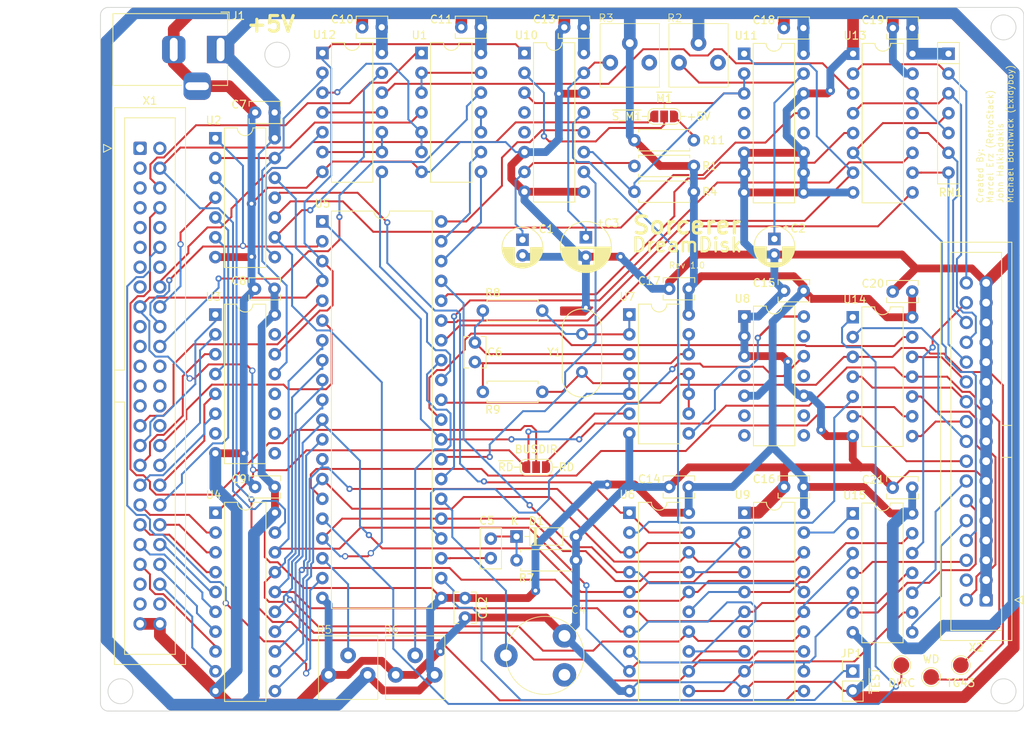
<source format=kicad_pcb>
(kicad_pcb (version 20221018) (generator pcbnew)
  (title_block (title "Sorcerer Dream Disk") (date "2023-12-18") (rev "1.0") (company "Marcel Erz (RetroStack), John Halkiadakis, Michael Borthwick (Exidyboy)"))
  (layers (0 "F.Cu" signal) (31 "B.Cu" signal) (34 "B.Paste" user) (35 "F.Paste" user) (36 "B.SilkS" user "B.Silkscreen") (37 "F.SilkS" user "F.Silkscreen") (38 "B.Mask" user) (39 "F.Mask" user) (44 "Edge.Cuts" user))
  (net 0 "")
  (net 1 "Net-(U10B-RCext)")
  (net 2 "GND")
  (net 3 "Net-(U11A-RCext)")
  (net 4 "Net-(U10A-RCext)")
  (net 5 "Net-(U5-VCO)")
  (net 6 "Net-(U5-PUMP)")
  (net 7 "Net-(D1-K)")
  (net 8 "Net-(C6-Pad1)")
  (net 9 "Net-(C6-Pad2)")
  (net 10 "+5V")
  (net 13 "Net-(U10A-Clr)")
  (net 14 "Net-(U5-RPW)")
  (net 15 "Net-(U5-WPW)")
  (net 16 "Net-(R8-Pad1)")
  (net 17 "Net-(R9-Pad1)")
  (net 18 "/~{NMI}")
  (net 19 "Net-(U1-Pad13)")
  (net 20 "/~{BUSEN}")
  (net 21 "Net-(U1-Pad5)")
  (net 22 "Net-(U5-DRQ)")
  (net 23 "Net-(U5-INTRQ)")
  (net 24 "Net-(U1-Pad10)")
  (net 25 "/~{HALT}")
  (net 26 "/~{WR}")
  (net 27 "/Address Decoder/PORT48")
  (net 28 "Net-(U9-Cp)")
  (net 29 "/~{IORQ}")
  (net 30 "/Address Decoder/A7")
  (net 31 "Net-(U3-E1)")
  (net 32 "Net-(U12-Pad5)")
  (net 33 "/Timer/RDY")
  (net 34 "/Drive Select/~{ENMF}")
  (net 35 "Net-(U6-OEa)")
  (net 36 "/~{RD}")
  (net 37 "/Address Decoder/A2")
  (net 38 "/Address Decoder/A3")
  (net 39 "/Address Decoder/A4")
  (net 40 "/Address Decoder/A5")
  (net 41 "/Address Decoder/A6")
  (net 47 "/~{CS}")
  (net 49 "/Data Bus/D7")
  (net 50 "/Data Bus/D6")
  (net 51 "/Data Bus/D5")
  (net 52 "/Data Bus/D4")
  (net 53 "/Data Bus/D3")
  (net 54 "/Data Bus/D2")
  (net 55 "/Data Bus/D1")
  (net 56 "/Data Bus/D0")
  (net 57 "/Data Bus/GD0")
  (net 58 "/Data Bus/GD1")
  (net 59 "/Data Bus/GD2")
  (net 60 "/Data Bus/GD3")
  (net 61 "/Data Bus/GD4")
  (net 62 "/Data Bus/GD5")
  (net 63 "/Data Bus/GD6")
  (net 64 "/Data Bus/GD7")
  (net 65 "Net-(U5-ENP)")
  (net 66 "/Address Decoder/A0")
  (net 67 "/Address Decoder/A1")
  (net 68 "Net-(U5-STEP)")
  (net 69 "Net-(U5-DIRC)")
  (net 70 "/~{RESET}")
  (net 71 "Net-(JP1-A)")
  (net 72 "/Clock/CLK")
  (net 73 "Net-(U13-O5b)")
  (net 74 "/Timer/HLD")
  (net 75 "Net-(U5-WG)")
  (net 76 "Net-(U5-WD)")
  (net 77 "Net-(U5-READY)")
  (net 78 "/BUSDIR")
  (net 79 "/Timer/~{IDX_PLS}")
  (net 80 "Net-(U13-O1a)")
  (net 81 "/Drive Select/~{DDEN}")
  (net 82 "/Timer/HLT")
  (net 83 "/Drive Select/MTR_ON")
  (net 84 "Net-(U6-I2a)")
  (net 85 "Net-(U6-I3a)")
  (net 86 "Net-(U6-I0b)")
  (net 87 "Net-(U6-I1b)")
  (net 88 "Net-(U6-I2b)")
  (net 89 "Net-(U8-CP0)")
  (net 90 "Net-(RN1-R4)")
  (net 92 "Net-(U9-O7)")
  (net 93 "/~{M1}")
  (net 99 "Net-(U12-Pad11)")
  (net 100 "Net-(U12-Pad10)")
  (net 101 "Net-(JP2-B)")
  (net 102 "/~{WR_PROTECT}")
  (net 103 "/~{IDX_PULSE}")
  (net 104 "/~{TRK00}")
  (net 105 "/~{RDY}")
  (net 106 "/~{RAW_RD}")
  (net 107 "/~{S_M1}")
  (net 108 "Net-(JP3-B)")
  (net 109 "/~{DIR}")
  (net 110 "/~{WR_DATA}")
  (net 111 "/~{MTR_ON}")
  (net 112 "/~{STEP}")
  (net 113 "/~{LOW_CURR}")
  (net 114 "/~{WR_GATE}")
  (net 116 "/~{DRV_D}")
  (net 117 "/~{DRV_B}")
  (net 118 "/~{DRV_A}")
  (net 119 "/~{DRV_C}")
  (net 120 "/~{SIDE_1}")
  (net 139 "Net-(U13-O4a)")
  (net 140 "Net-(U13-O2a)")
  (footprint "Capacitor_THT:C_Disc_D3.8mm_W2.6mm_P2.50mm" (layer "F.Cu") (at 152.84 110.412)
    (fp_text reference "C14")
    (fp_text value "100nF")
  )
  (footprint "Capacitor_THT:CP_Radial_D6.3mm_P2.50mm" (layer "F.Cu") (at 142.162 78.408 -90)
    (fp_text reference "C3")
    (fp_text value "220uF")
  )
  (footprint "Package_DIP:DIP-16_W7.62mm" (layer "F.Cu") (at 134.288 54.786)
    (fp_text reference "U10")
    (fp_text value "74LS123")
  )
  (footprint "Capacitor_THT:C_Disc_D3.8mm_W2.6mm_P2.50mm" (layer "F.Cu") (at 167.542 51.578)
    (fp_text reference "C18")
    (fp_text value "100nF")
  )
  (footprint "Crystal:Crystal_HC49-U_Vertical" (layer "F.Cu") (at 141.654 95.68 90)
    (fp_text reference "Y1")
    (fp_text value "4MHz")
  )
  (footprint "TestPoint:TestPoint_Pad_D2.0mm" (layer "F.Cu") (at 182.605 133.25)
    (fp_text reference "TP1" hide)
    (fp_text value "DIRC")
  )
  (footprint "Package_DIP:DIP-14_W7.62mm" (layer "F.Cu") (at 108.39 54.781)
    (fp_text reference "U12")
    (fp_text value "74LS00")
  )
  (footprint "Package_DIP:DIP-16_W7.62mm" (layer "F.Cu") (at 94.664 88.314)
    (fp_text reference "U3")
    (fp_text value "74LS138")
  )
  (footprint "Capacitor_THT:C_Disc_D3.8mm_W2.6mm_P2.50mm" (layer "F.Cu") (at 126.19 51.484)
    (fp_text reference "C11")
    (fp_text value "100nF")
  )
  (footprint "Package_DIP:DIP-14_W7.62mm" (layer "F.Cu") (at 176.372 113.808)
    (fp_text reference "U15")
    (fp_text value "74LS07")
  )
  (footprint "Resistor_THT:R_Axial_DIN0207_L6.3mm_D2.5mm_P7.62mm_Horizontal" (layer "F.Cu") (at 133.272 119.81)
    (fp_text reference "R7")
    (fp_text value "1k")
  )
  (footprint "Capacitor_THT:C_Disc_D3.8mm_W2.6mm_P2.50mm" (layer "F.Cu") (at 181.512 51.578)
    (fp_text reference "C19")
    (fp_text value "100nF")
  )
  (footprint "Capacitor_THT:CP_Radial_D5.0mm_P2.00mm" (layer "F.Cu") (at 134.034 78.7229 -90)
    (fp_text reference "C1")
    (fp_text value "1uF")
  )
  (footprint "Package_DIP:DIP-40_W15.24mm" (layer "F.Cu") (at 108.38 76.376)
    (fp_text reference "U5")
    (fp_text value "WD2793")
  )
  (footprint "Connector_PinHeader_2.54mm:PinHeader_1x02_P2.54mm_Vertical" (layer "F.Cu") (at 176.375 134.01)
    (fp_text reference "JP1")
    (fp_text value "Jumper_2_Open")
  )
  (footprint "Package_DIP:DIP-16_W7.62mm" (layer "F.Cu") (at 162.452 54.88)
    (fp_text reference "U11")
    (fp_text value "74LS123")
  )
  (footprint "Package_DIP:DIP-14_W7.62mm" (layer "F.Cu") (at 162.482 88.563)
    (fp_text reference "U8")
    (fp_text value "74LS93")
  )
  (footprint "Capacitor_THT:C_Disc_D3.8mm_W2.6mm_P2.50mm" (layer "F.Cu") (at 139.388 51.484)
    (fp_text reference "C13")
    (fp_text value "100nF")
  )
  (footprint "Connector_IDC:IDC-Header_2x25_P2.54mm_Vertical" (layer "F.Cu") (at 85.01 67)
    (fp_text reference "X1")
    (fp_text value "To_Computer")
  )
  (footprint "Jumper:SolderJumper-3_P1.3mm_Open_RoundedPad1.0x1.5mm_NumberLabels" (layer "F.Cu") (at 135.782 107.872)
    (fp_text reference "JP2" hide)
    (fp_text value "SolderJumper_3_Open")
  )
  (footprint "Package_DIP:DIP-14_W7.62mm" (layer "F.Cu") (at 121.09 54.781)
    (fp_text reference "U1")
    (fp_text value "74LS02")
  )
  (footprint "Capacitor_THT:C_Disc_D3.8mm_W2.6mm_P2.50mm" (layer "F.Cu") (at 113.49 51.484)
    (fp_text reference "C10")
    (fp_text value "100nF")
  )
  (footprint "Footprint:R_Pot (Bourns 3306P)" (layer "F.Cu") (at 156.6 50.816)
    (fp_text reference "R2")
    (fp_text value "50k")
  )
  (footprint "Capacitor_THT:C_Disc_D3.8mm_W2.6mm_P2.50mm" (layer "F.Cu") (at 167.572 85.266)
    (fp_text reference "C15")
    (fp_text value "100nF")
  )
  (footprint "Capacitor_THT:C_Disc_D3.8mm_W2.6mm_P2.50mm" (layer "F.Cu") (at 126.668 127.156 90)
    (fp_text reference "C12")
    (fp_text value "100nF")
  )
  (footprint "Resistor_THT:R_Axial_DIN0207_L6.3mm_D2.5mm_P7.62mm_Horizontal" (layer "F.Cu") (at 136.574 98.22 180)
    (fp_text reference "R9")
    (fp_text value "470")
  )
  (footprint "Footprint:R_Pot (Bourns 3306P)" (layer "F.Cu") (at 147.79 50.816)
    (fp_text reference "R3")
    (fp_text value "100k")
  )
  (footprint "Connector_IDC:IDC-Header_2x17_P2.54mm_Vertical" (layer "F.Cu") (at 193.47 124.89 180)
    (fp_text reference "X2")
    (fp_text value "5.25\"")
  )
  (footprint "Jumper:SolderJumper-3_P1.3mm_Open_RoundedPad1.0x1.5mm_NumberLabels" (layer "F.Cu") (at 152.195 62.914)
    (fp_text reference "JP3" hide)
    (fp_text value "SolderJumper_3_Open")
  )
  (footprint "Package_DIP:DIP-14_W7.62mm" (layer "F.Cu") (at 94.664 65.708)
    (fp_text reference "U2")
    (fp_text value "74LS32")
  )
  (footprint "Package_DIP:DIP-20_W7.62mm" (layer "F.Cu") (at 147.74 113.714)
    (fp_text reference "U6")
    (fp_text value "74LS244")
  )
  (footprint "TestPoint:TestPoint_Pad_D2.0mm" (layer "F.Cu") (at 190.225 133.25)
    (fp_text reference "TP3" hide)
    (fp_text value "TG43")
  )
  (footprint "Capacitor_THT:C_Disc_D3.8mm_W2.6mm_P2.50mm" (layer "F.Cu") (at 181.492 85.36)
    (fp_text reference "C20")
    (fp_text value "100nF")
  )
  (footprint "Capacitor_THT:C_Disc_D5.0mm_W2.5mm_P2.50mm" (layer "F.Cu") (at 129.97 119.536 90)
    (fp_text reference "C5")
    (fp_text value "220nF")
  )
  (footprint "Package_DIP:DIP-14_W7.62mm" (layer "F.Cu") (at 176.372 88.657)
    (fp_text reference "U14")
    (fp_text value "74LS06")
  )
  (footprint "Footprint:C_Trim (BFC2 808 32659)" (layer "F.Cu") (at 135.812 132.002 -90)
    (fp_text reference "C4")
    (fp_text value "5-65pF")
  )
  (footprint "Connector_BarrelJack:BarrelJack_Horizontal" (layer "F.Cu") (at 95.33 54.3365)
    (fp_text reference "J1")
    (fp_text value "5V")
  )
  (footprint "Resistor_THT:R_Axial_DIN0207_L6.3mm_D2.5mm_P7.62mm_Horizontal" (layer "F.Cu") (at 148.385 65.962)
    (fp_text reference "R11")
    (fp_text value "4.7k")
  )
  (footprint "Package_DIP:DIP-20_W7.62mm" (layer "F.Cu") (at 162.492 113.714)
    (fp_text reference "U9")
    (fp_text value "74LS374")
  )
  (footprint "Diode_THT:D_DO-35_SOD27_P7.62mm_Horizontal" (layer "F.Cu") (at 133.272 116.762)
    (fp_text reference "D1")
    (fp_text value "1N914")
  )
  (footprint "Capacitor_THT:C_Disc_D3.8mm_W2.6mm_P2.50mm" (layer "F.Cu") (at 181.492 110.506)
    (fp_text reference "C21")
    (fp_text value "100nF")
  )
  (footprint "Capacitor_THT:C_Disc_D3.8mm_W2.6mm_P2.50mm" (layer "F.Cu") (at 152.84 85.007)
    (fp_text reference "C17")
    (fp_text value "100nF")
  )
  (footprint "Package_DIP:DIP-20_W7.62mm" (layer "F.Cu") (at 94.684 113.714)
    (fp_text reference "U4")
    (fp_text value "74LS245")
  )
  (footprint "Capacitor_THT:C_Disc_D3.8mm_W2.6mm_P2.50mm" (layer "F.Cu") (at 127.938 91.89 -90)
    (fp_text reference "C6")
    (fp_text value "100nF")
  )
  (footprint "TestPoint:TestPoint_Pad_D2.0mm" (layer "F.Cu") (at 186.415 134.774)
    (fp_text reference "TP2" hide)
    (fp_text value "WD")
  )
  (footprint "Resistor_THT:R_Axial_DIN0207_L6.3mm_D2.5mm_P7.62mm_Horizontal" (layer "F.Cu") (at 156.005 69.264 180)
    (fp_text reference "R1")
    (fp_text value "1k")
  )
  (footprint "Package_DIP:DIP-16_W7.62mm" (layer "F.Cu") (at 176.412 54.88)
    (fp_text reference "U13")
    (fp_text value "74LS367")
  )
  (footprint "Capacitor_THT:C_Disc_D3.8mm_W2.6mm_P2.50mm" (layer "F.Cu") (at 99.744 85.012)
    (fp_text reference "C8")
    (fp_text value "100nF")
  )
  (footprint "Footprint:R_Pot (Bourns 3306P)" (layer "F.Cu") (at 111.682 129.302)
    (fp_text reference "R5")
    (fp_text value "50k")
  )
  (footprint "Package_DIP:DIP-14_W7.62mm" (layer "F.Cu") (at 147.73 88.309)
    (fp_text reference "U7")
    (fp_text value "74LS00")
  )
  (footprint "Resistor_THT:R_Array_SIP7" (layer "F.Cu") (at 188.644 54.875 -90)
    (fp_text reference "RN1")
    (fp_text value "4.7k")
  )
  (footprint "Capacitor_THT:C_Disc_D3.8mm_W2.6mm_P2.50mm" (layer "F.Cu") (at 167.572 110.412)
    (fp_text reference "C16")
    (fp_text value "100nF")
  )
  (footprint "Capacitor_THT:C_Disc_D3.8mm_W2.6mm_P2.50mm" (layer "F.Cu") (at 99.764 62.406)
    (fp_text reference "C7")
    (fp_text value "100nF")
  )
  (footprint "Capacitor_THT:CP_Radial_D5.0mm_P2.00mm" (layer "F.Cu") (at 166.325 78.6199 -90)
    (fp_text reference "C2")
    (fp_text value "47uF")
  )
  (footprint "Resistor_THT:R_Axial_DIN0207_L6.3mm_D2.5mm_P7.62mm_Horizontal" (layer "F.Cu") (at 156.005 72.566 180)
    (fp_text reference "R4")
    (fp_text value "10k")
  )
  (footprint "Capacitor_THT:C_Disc_D3.8mm_W2.6mm_P2.50mm" (layer "F.Cu") (at 99.764 110.412)
    (fp_text reference "C9")
    (fp_text value "100nF")
  )
  (footprint "Resistor_THT:R_Axial_DIN0207_L6.3mm_D2.5mm_P7.62mm_Horizontal" (layer "F.Cu") (at 136.574 87.806 180)
    (fp_text reference "R8")
    (fp_text value "470")
  )
  (footprint "Footprint:R_Pot (Bourns 3306P)" (layer "F.Cu") (at 120.278 129.302)
    (fp_text reference "R6")
    (fp_text value "5k")
  )
  (gr_line (start 132.988 107.872) (end 133.732 107.872) (stroke (width 0.15)) (layer "F.SilkS"))
  (gr_line (start 135.782 106.872) (end 135.782 106.348) (stroke (width 0.15)) (layer "F.SilkS"))
  (gr_line (start 152.195 61.914) (end 152.195 61.39) (stroke (width 0.15)) (layer "F.SilkS"))
  (gr_line (start 149.401 62.914) (end 150.145 62.914) (stroke (width 0.15)) (layer "F.SilkS"))
  (gr_line (start 154.989 62.914) (end 154.245 62.914) (stroke (width 0.15)) (layer "F.SilkS"))
  (gr_line (start 138.576 107.872) (end 137.832 107.872) (stroke (width 0.15)) (layer "F.SilkS"))
  (gr_circle (center 102.6 55) (end 104.2 55) (stroke (width 0.1)) (fill none) (layer "Edge.Cuts"))
  (gr_circle (center 195.7 136.6) (end 197.3 136.6) (stroke (width 0.1)) (fill none) (layer "Edge.Cuts"))
  (gr_arc (start 79.932 49.95) (mid 80.22958 49.23158) (end 80.948 48.934) (stroke (width 0.1)) (layer "Edge.Cuts"))
  (gr_arc (start 198.296 138.125) (mid 197.99842 138.84342) (end 197.28 139.141) (stroke (width 0.1)) (layer "Edge.Cuts"))
  (gr_circle (center 82.5 136.6) (end 84.1 136.6) (stroke (width 0.1)) (fill none) (layer "Edge.Cuts"))
  (gr_circle (center 195.7 51.5) (end 197.3 51.5) (stroke (width 0.1)) (fill none) (layer "Edge.Cuts"))
  (gr_arc (start 197.28 48.934) (mid 197.99842 49.23158) (end 198.296 49.95) (stroke (width 0.1)) (layer "Edge.Cuts"))
  (gr_line (start 197.28 139.141) (end 80.948 139.140999) (stroke (width 0.1)) (layer "Edge.Cuts"))
  (gr_line (start 79.932 138.125) (end 79.932 49.95) (stroke (width 0.1)) (layer "Edge.Cuts"))
  (gr_line (start 80.948 48.934) (end 197.28 48.934) (stroke (width 0.1)) (layer "Edge.Cuts"))
  (gr_line (start 198.296 49.95) (end 198.296 138.125) (stroke (width 0.1)) (layer "Edge.Cuts"))
  (gr_arc (start 80.948 139.140999) (mid 80.22958 138.84342) (end 79.932001 138.125) (stroke (width 0.1)) (layer "Edge.Cuts"))
  (gr_text "DIRC" (at 182.645 135.536) (layer "F.SilkS") (effects (font (size 1 1))))
  (gr_text "DreamDisk" (at 155.116 80.44) (layer "F.SilkS") (effects (font (size 1.8 1.8) (thickness 0.3) bold) (justify bottom)))
  (gr_text "+5V" (at 98.474 52.246) (layer "F.SilkS") (effects (font (size 2 2) (thickness 0.4) bold) (justify left bottom)))
  (gr_text "WD" (at 186.415 132.488) (layer "F.SilkS") (effects (font (size 1 1))))
  (gr_text "~{TEST}" (at 179.3 135.275 90) (layer "F.SilkS") (effects (font (size 1 1))))
  (gr_text "TG43" (at 190.225 135.536) (layer "F.SilkS") (effects (font (size 1 1))))
  (gr_text "Created By:\nMarcel Erz (RetroStack)\nJohn Halkiadakis\nMichael Borthwick (Exidyboy)\n" (at 197.026 74.09 90) (layer "F.SilkS") (effects (font (size 0.8 0.8) (thickness 0.1)) (justify left bottom)))
  (gr_text "Rev 1.0" (at 155.116 82.472) (layer "F.SilkS") (effects (font (size 0.8 0.8) (thickness 0.1)) (justify bottom)))
  (gr_text "Sorcerer" (at 155.116 78.154) (layer "F.SilkS") (effects (font (size 2.2 2.2) (thickness 0.4) bold) (justify bottom)))
  (gr_text "BUSDIR" (at 135.782 105.586) (layer "F.SilkS") (effects (font (size 1 1))))
  (gr_text "~{M1}" (at 152.195 60.628) (layer "F.SilkS") (effects (font (size 1 1))))
  (segment (start 148.004 68.883) (end 135.431 68.883) (width 0.25) (layer "F.Cu") (net 1))
  (segment (start 148.385 69.264) (end 148.004 68.883) (width 0.25) (layer "F.Cu") (net 1))
  (segment (start 135.431 68.883) (end 134.288 70.026) (width 0.25) (layer "F.Cu") (net 1))
  (segment (start 134.034 78.7229) (end 134.034 77.596) (width 0.25) (layer "B.Cu") (net 1))
  (segment (start 133.1499 76.7119) (end 133.1499 71.1501) (width 0.25) (layer "B.Cu") (net 1))
  (segment (start 134.034 77.596) (end 133.1499 76.7119) (width 0.25) (layer "B.Cu") (net 1))
  (segment (start 133.1499 71.1501) (end 134.274 70.026) (width 0.25) (layer "B.Cu") (net 1))
  (segment (start 134.274 70.026) (end 134.288 70.026) (width 0.25) (layer "B.Cu") (net 1))
  (segment (start 190.65 137.35) (end 177.175 137.35) (width 1.5) (layer "F.Cu") (net 2))
  (segment (start 126.19 49.774) (end 126.19 51.484) (width 1.5) (layer "F.Cu") (net 2))
  (segment (start 164.27 113.714) (end 167.572 110.412) (width 1.5) (layer "F.Cu") (net 2))
  (segment (start 94.674 136.574) (end 94.684 136.574) (width 1.5) (layer "F.Cu") (net 2))
  (segment (start 98.3025 106.096279) (end 95.793179 106.096279) (width 1) (layer "F.Cu") (net 2))
  (segment (start 183.618 108.38) (end 192.2 108.38) (width 0.25) (layer "F.Cu") (net 2))
  (segment (start 99.2547 80.948) (end 94.664 80.948) (width 1) (layer "F.Cu") (net 2))
  (segment (start 167.572 108.428) (end 167.572 110.412) (width 1) (layer "F.Cu") (net 2))
  (segment (start 117.778 134.502) (end 115.976 132.7) (width 1) (layer "F.Cu") (net 2))
  (segment (start 89.33 54.3365) (end 89.33 56.0365) (width 1.5) (layer "F.Cu") (net 2))
  (segment (start 163.7093 135.3907) (end 174.0388 135.3907) (width 0.25) (layer "F.Cu") (net 2))
  (segment (start 152.84 110.412) (end 155.352 107.9) (width 1) (layer "F.Cu") (net 2))
  (segment (start 115.976 132.7) (end 113.4604 132.7) (width 1) (layer "F.Cu") (net 2))
  (segment (start 113.7 49.684) (end 126.1 49.684) (width 1.5) (layer "F.Cu") (net 2))
  (segment (start 109.66895 68.7) (end 108.39 69.97895) (width 0.25) (layer "F.Cu") (net 2))
  (segment (start 162.492 113.714) (end 164.27 113.714) (width 1.5) (layer "F.Cu") (net 2))
  (segment (start 184.452 82.4) (end 182.6719 80.6199) (width 1) (layer "F.Cu") (net 2))
  (segment (start 126.1 49.684) (end 139.3 49.684) (width 1.5) (layer "F.Cu") (net 2))
  (segment (start 152.84 84.16) (end 152.84 85.007) (width 1) (layer "F.Cu") (net 2))
  (segment (start 172.3 103.1) (end 173.097 103.897) (width 1) (layer "F.Cu") (net 2))
  (segment (start 87.55 127.96) (end 85.01 127.96) (width 1.5) (layer "F.Cu") (net 2))
  (segment (start 168.1 107.9) (end 177.4 107.9) (width 1) (layer "F.Cu") (net 2))
  (segment (start 167.542 50.026) (end 167.542 51.578) (width 1.5) (layer "F.Cu") (net 2))
  (segment (start 173.14 59.96) (end 170.072 59.96) (width 1) (layer "F.Cu") (net 2))
  (segment (start 139.3 49.684) (end 139.388 49.772) (width 1.5) (layer "F.Cu") (net 2))
  (segment (start 99.3027 80.9) (end 99.2547 80.948) (width 1) (layer "F.Cu") (net 2))
  (segment (start 162.452 72.66) (end 170.072 72.66) (width 1) (layer "F.Cu") (net 2))
  (segment (start 176.4 49.684) (end 181.3 49.684) (width 1.5) (layer "F.Cu") (net 2))
  (segment (start 168.1 107.9) (end 167.572 108.428) (width 1) (layer "F.Cu") (net 2))
  (segment (start 105.36 138.324) (end 101.586238 138.324) (width 1.5) (layer "F.Cu") (net 2))
  (segment (start 132.6 70.878) (end 132.6 69.174) (width 1) (layer "F.Cu") (net 2))
  (segment (start 111.6584 134.502) (end 109.182 134.502) (width 1) (layer "F.Cu") (net 2))
  (segment (start 99.3 74.1) (end 101.342 72.058) (width 0.25) (layer "F.Cu") (net 2))
  (segment (start 139.388 49.772) (end 139.388 51.484) (width 1.5) (layer "F.Cu") (net 2))
  (segment (start 146.6 80.9) (end 142.17 80.9) (width 1) (layer "F.Cu") (net 2))
  (segment (start 119.8 68.7) (end 109.66895 68.7) (width 0.25) (layer "F.Cu") (net 2))
  (segment (start 139.3 49.684) (end 167.2 49.684) (width 1.5) (layer "F.Cu") (net 2))
  (segment (start 96.3945 59.0365) (end 99.764 62.406) (width 1.5) (layer "F.Cu") (net 2))
  (segment (start 162.526 136.574) (end 163.7093 135.3907) (width 0.25) (layer "F.Cu") (net 2))
  (segment (start 174.0388 135.3907) (end 175.1981 136.55) (width 0.25) (layer "F.Cu") (net 2))
  (segment (start 134.288 72.566) (end 141.908 72.566) (width 1) (layer "F.Cu") (net 2))
  (segment (start 181.512 49.896) (end 181.512 51.578) (width 1.5) (layer "F.Cu") (net 2))
  (segment (start 167.572 110.412) (end 167.572 110.4119) (width 0.25) (layer "F.Cu") (net 2))
  (segment (start 167.343 93.643) (end 162.482 93.643) (width 1) (layer "F.Cu") (net 2))
  (segment (start 167.2 49.684) (end 176.4 49.684) (width 1.5) (layer "F.Cu") (net 2))
  (segment (start 101.562238 138.3) (end 96.41 138.3) (width 1.5) (layer "F.Cu") (net 2))
  (segment (start 123.5 131.5) (end 123.3 131.5) (width 1) (layer "F.Cu") (net 2))
  (segment (start 123.3 131.5) (end 120.298 134.502) (width 1) (layer "F.Cu") (net 2))
  (segment (start 176.412 49.696) (end 176.412 54.88) (width 1.5) (layer "F.Cu") (net 2))
  (segment (start 181.492 110.506) (end 183.618 108.38) (width 0.25) (layer "F.Cu") (net 2))
  (segment (start 113.7 49.684) (end 113.49 49.894) (width 1.5) (layer "F.Cu") (net 2))
  (segment (start 162.492 136.574) (end 162.526 136.574) (width 0.25) (layer "F.Cu") (net 2))
  (segment (start 121.09 69.99) (end 119.8 68.7) (width 0.25) (layer "F.Cu") (net 2))
  (segment (start 181.3 49.684) (end 181.512 49.896) (width 1.5) (layer "F.Cu") (net 2))
  (segment (start 175.1981 136.55) (end 176.375 136.55) (width 0.25) (layer "F.Cu") (net 2))
  (segment (start 193.47 84.25) (end 191.62 82.4) (width 1) (layer "F.Cu") (net 2))
  (segment (start 177.175 137.35) (end 176.375 136.55) (width 1.5) (layer "F.Cu") (net 2))
  (segment (start 142.17 80.9) (end 142.162 80.908) (width 1) (layer "F.Cu") (net 2))
  (segment (start 92.33 59.0365) (end 96.3945 59.0365) (width 1.5) (layer "F.Cu") (net 2))
  (segment (start 113.4604 132.7) (end 111.6584 134.502) (width 1) (layer "F.Cu") (net 2))
  (segment (start 181.3 49.684) (end 189.359013 49.684) (width 1.5) (layer "F.Cu") (net 2))
  (segment (start 184.452 82.4) (end 181.492 85.36) (width 1) (layer "F.Cu") (net 2))
  (segment (start 141.774 60) (end 141.908 59.866) (width 1) (layer "F.Cu") (net 2))
  (segment (start 189.359013 49.684) (end 197 57.324987) (width 1.5) (layer "F.Cu") (net 2))
  (segment (start 176.372 106.872) (end 176.372 103.897) (width 1) (layer "F.Cu") (net 2))
  (segment (start 91.416 49.684) (end 113.7 49.684) (width 1.5) (layer "F.Cu") (net 2))
  (segment (start 176.4 49.684) (end 176.412 49.696) (width 1.5) (layer "F.Cu") (net 2))
  (segment (start 137.066 127.156) (end 126.668 127.156) (width 1) (layer "F.Cu") (net 2))
  (segment (start 197 131) (end 190.65 137.35) (width 1.5) (layer "F.Cu") (net 2))
  (segment (start 108.379 70.021) (end 108.39 70.021) (width 0.25) (layer "F.Cu") (net 2))
  (segment (start 108.39 69.97895) (end 108.39 70.021) (width 0.25) (layer "F.Cu") (net 2))
  (segment (start 106.342 72.058) (end 108.379 70.021) (width 0.25) (layer "F.Cu") (net 2))
  (segment (start 109.182 134.502) (end 105.36 138.324) (width 1.5) (layer "F.Cu") (net 2))
  (segment (start 173.5 59.6) (end 173.14 59.96) (width 1) (layer "F.Cu") (net 2))
  (segment (start 192.2 108.38) (end 193.47 109.65) (width 0.25) (layer "F.Cu") (net 2))
  (segment (start 126.1 49.684) (end 126.19 49.774) (width 1.5) (layer "F.Cu") (net 2))
  (segment (start 138.7 60) (end 141.774 60) (width 1) (layer "F.Cu") (net 2))
  (segment (start 139.412 129.502) (end 137.066 127.156) (width 1) (layer "F.Cu") (net 2))
  (segment (start 167.2 49.684) (end 167.542 50.026) (width 1.5) (layer "F.Cu") (net 2))
  (segment (start 197 80.72) (end 197 131) (width 1.5) (layer "F.Cu") (net 2))
  (segment (start 173.097 103.897) (end 176.372 103.897) (width 1) (layer "F.Cu") (net 2))
  (segment (start 101.586238 138.324) (end 101.562238 138.3) (width 1.5) (layer "F.Cu") (net 2))
  (segment (start 113.49 49.894) (end 113.49 51.484) (width 1.5) (layer "F.Cu") (net 2))
  (segment (start 120.298 134.502) (end 117.778 134.502) (width 1) (layer "F.Cu") (net 2))
  (segment (start 95.7909 106.094) (end 94.664 106.094) (width 1) (layer "F.Cu") (net 2))
  (segment (start 87.55 127.96) (end 87.55 129.45) (width 1.5) (layer "F.Cu") (net 2))
  (segment (start 132.6 69.174) (end 134.288 67.486) (width 1) (layer "F.Cu") (net 2))
  (segment (start 177.4 107.9) (end 176.372 106.872) (width 1) (layer "F.Cu") (net 2))
  (segment (start 191.62 82.4) (end 184.452 82.4) (width 1) (layer "F.Cu") (net 2))
  (segment (start 156.3801 80.6199) (end 152.84 84.16) (width 1) (layer "F.Cu") (net 2))
  (segment (start 182.6719 80.6199) (end 166.325 80.6199) (width 1) (layer "F.Cu") (net 2))
  (segment (start 166.325 80.6199) (end 156.3801 80.6199) (width 1) (layer "F.Cu") (net 2))
  (segment (start 168.046279 94.346279) (end 167.343 93.643) (width 1) (layer "F.Cu") (net 2))
  (segment (start 89.33 56.0365) (end 92.33 59.0365) (width 1.5) (layer "F.Cu") (net 2))
  (segment (start 89.33 54.3365) (end 89.33 51.77) (width 1.5) (layer "F.Cu") (net 2))
  (segment (start 134.288 72.566) (end 132.6 70.878) (width 1) (layer "F.Cu") (net 2))
  (segment (start 121.09 70.021) (end 121.09 69.99) (width 0.25) (layer "F.Cu") (net 2))
  (segment (start 155.352 107.9) (end 168.1 107.9) (width 1) (layer "F.Cu") (net 2))
  (segment (start 197 80.72) (end 193.47 84.25) (width 1.5) (layer "F.Cu") (net 2))
  (segment (start 178.886 107.9) (end 181.492 110.506) (width 1) (layer "F.Cu") (net 2))
  (segment (start 197 57.324987) (end 197 80.72) (width 1.5) (layer "F.Cu") (net 2))
  (segment (start 101.342 72.058) (end 106.342 72.058) (width 0.25) (layer "F.Cu") (net 2))
  (segment (start 96.41 138.3) (end 94.684 136.574) (width 1.5) (layer "F.Cu") (net 2))
  (segment (start 89.33 51.77) (end 91.416 49.684) (width 1.5) (layer "F.Cu") (net 2))
  (segment (start 177.4 107.9) (end 178.886 107.9) (width 1) (layer "F.Cu") (net 2))
  (segment (start 87.55 129.45) (end 94.674 136.574) (width 1.5) (layer "F.Cu") (net 2))
  (segment (start 95.793179 106.096279) (end 95.7909 106.094) (width 1) (layer "F.Cu") (net 2))
  (segment (start 162.452 67.58) (end 170.072 67.58) (width 1) (layer "F.Cu") (net 2))
  (via (at 168.046279 94.346279) (size 1.2) (drill 0.5) (layers "F.Cu" "B.Cu") (net 2))
  (via (at 99.3027 80.9) (size 1.2) (drill 0.5) (layers "F.Cu" "B.Cu") (net 2))
  (via (at 123.5 131.5) (size 1.2) (drill 0.5) (layers "F.Cu" "B.Cu") (net 2))
  (via (at 172.3 103.1) (size 1.2) (drill 0.5) (layers "F.Cu" "B.Cu") (net 2))
  (via (at 98.3025 106.096279) (size 1.2) (drill 0.5) (layers "F.Cu" "B.Cu") (net 2))
  (via (at 142.162 87.4235) (size 1.2) (drill 0.5) (layers "F.Cu" "B.Cu") (net 2))
  (via (at 99.3 74.1) (size 1.2) (drill 0.5) (layers "F.Cu" "B.Cu") (net 2))
  (via (at 138.7 60) (size 1.2) (drill 0.5) (layers "F.Cu" "B.Cu") (net 2))
  (via (at 146.6 80.9) (size 1.2) (drill 0.5) (layers "F.Cu" "B.Cu") (net 2))
  (via (at 173.5 59.6) (size 1.2) (drill 0.5) (layers "F.Cu" "B.Cu") (net 2))
  (segment (start 123.5 131.5) (end 123.5 130.7283) (width 1) (layer "B.Cu") (net 2))
  (segment (start 97.4 113.2) (end 94.664 110.464) (width 1.5) (layer "B.Cu") (net 2))
  (segment (start 98.3025 106.096279) (end 98.3 106.093779) (width 1) (layer "B.Cu") (net 2))
  (segment (start 168.046279 97.246279) (end 169.4525 98.6525) (width 1) (layer "B.Cu") (net 2))
  (segment (start 172.3 103.1) (end 172.3 100.1) (width 1) (layer "B.Cu") (net 2))
  (segment (start 147.74 136.574) (end 148.865 135.449) (width 0.25) (layer "B.Cu") (net 2))
  (segment (start 146.484 136.574) (end 147.74 136.574) (width 1) (layer "B.Cu") (net 2))
  (segment (start 152.84 110.412) (end 148.3689 110.412) (width 1) (layer "B.Cu") (net 2))
  (segment (start 170.102 98.723) (end 170.102 98.6525) (width 0.25) (layer "B.Cu") (net 2))
  (segment (start 162.482 88.563) (end 164.275 88.563) (width 1) (layer "B.Cu") (net 2))
  (segment (start 138.7 60) (end 138.7 65.8) (width 1) (layer "B.Cu") (net 2))
  (segment (start 98.3025 106.096279) (end 98.3 106.098779) (width 1) (layer "B.Cu") (net 2))
  (segment (start 98.3 106.098779) (end 98.3 108.948) (width 1) (layer "B.Cu") (net 2))
  (segment (start 109.182 125.482) (end 108.38 124.68) (width 1) (layer "B.Cu") (net 2))
  (segment (start 134.288 73.6929) (end 134.288 72.566) (width 1) (layer "B.Cu") (net 2))
  (segment (start 134.2191 80.908) (end 142.162 80.908) (width 1) (layer "B.Cu") (net 2))
  (segment (start 162.452 79.052) (end 162.452 72.66) (width 1) (layer "B.Cu") (net 2))
  (segment (start 181.512 51.578) (end 181.512 55.812) (width 1) (layer "B.Cu") (net 2))
  (segment (start 183.12 57.42) (end 184.032 57.42) (width 1) (layer "B.Cu") (net 2))
  (segment (start 167.9 65.408) (end 167.9 62.132) (width 1) (layer "B.Cu") (net 2))
  (segment (start 142.162 80.908) (end 141.5031 80.908) (width 1) (layer "B.Cu") (net 2))
  (segment (start 176.375 136.55) (end 176.85 136.55) (width 1) (layer "B.Cu") (net 2))
  (segment (start 108.38 124.68) (end 108.38 124.636) (width 1) (layer "B.Cu") (net 2))
  (segment (start 161.367 135.449) (end 162.492 136.574) (width 0.25) (layer "B.Cu") (net 2))
  (segment (start 109.182 134.502) (end 109.182 125.482) (width 1) (layer "B.Cu") (net 2))
  (segment (start 97.4 133.858) (end 97.4 113.2) (width 1.5) (layer "B.Cu") (net 2))
  (segment (start 134.288 67.486) (end 133.1611 67.486) (width 0.25) (layer "B.Cu") (net 2))
  (segment (start 123.5 130.7283) (end 126.668 127.5603) (width 1) (layer "B.Cu") (net 2))
  (segment (start 140.938 116.762) (end 147.288 110.412) (width 1) (layer "B.Cu") (net 2))
  (segment (start 138.7 52.172) (end 139.388 51.484) (width 1) (layer "B.Cu") (net 2))
  (segment (start 98.3 106.093779) (end 98.3 86.456) (width 1) (layer "B.Cu") (net 2))
  (segment (start 170.072 72.66) (end 170.072 67.672) (width 1) (layer "B.Cu") (net 2))
  (segment (start 167.9 62.132) (end 170.072 59.96) (width 1) (layer "B.Cu") (net 2))
  (segment (start 99.3 80.8973) (end 99.3027 80.9) (width 1) (layer "B.Cu") (net 2))
  (segment (start 168.046279 94.346279) (end 168.046279 97.246279) (width 1) (layer "B.Cu") (net 2))
  (segment (start 147.73 109.7731) (end 147.73 103.549) (width 1) (layer "B.Cu") (net 2))
  (segment (start 99.3 62.87) (end 99.764 62.406) (width 1) (layer "B.Cu") (net 2))
  (segment (start 140.892 116.762) (end 140.938 116.762) (width 1) (layer "B.Cu") (net 2))
  (segment (start 138.7 60) (end 138.7 52.172) (width 1) (layer "B.Cu") (net 2))
  (segment (start 148.3689 110.412) (end 147.73 109.7731) (width 1) (layer "B.Cu") (net 2))
  (segment (start 162.452 72.66) (end 162.452 67.58) (width 1) (layer "B.Cu") (net 2))
  (segment (start 147.288 110.412) (end 148.3689 110.412) (width 1) (layer "B.Cu") (net 2))
  (segment (start 176.412 72.66) (end 170.072 72.66) (width 1) (layer "B.Cu") (net 2))
  (segment (start 99.3 80.9027) (end 99.3 84.568) (width 1) (layer "B.Cu") (net 2))
  (segment (start 99.3 84.568) (end 99.744 85.012) (width 1) (layer "B.Cu") (net 2))
  (segment (start 148.865 135.449) (end 161.367 135.449) (width 0.25) (layer "B.Cu") (net 2))
  (segment (start 150.707 85.007) (end 146.6 80.9) (width 1) (layer "B.Cu") (net 2))
  (segment (start 172.3 100.1) (end 170.8525 98.6525) (width 1) (layer "B.Cu") (net 2))
  (segment (start 94.684 136.574) (end 97.4 133.858) (width 1.5) (layer "B.Cu") (net 2))
  (segment (start 178.2 135.2) (end 178.2 130.876) (width 1) (layer "B.Cu") (net 2))
  (segment (start 169.4525 98.6525) (end 170.102 98.6525) (width 1) (layer "B.Cu") (net 2))
  (segment (start 166.325 80.6199) (end 164.0199 80.6199) (width 1) (layer "B.Cu") (net 2))
  (segment (start 122.2169 70.021) (end 121.09 70.021) (width 0.25) (layer "B.Cu") (net 2))
  (segment (start 142.162 80.908) (end 142.162 87.4235) (width 1) (layer "B.Cu") (net 2))
  (segment (start 137.014 67.486) (end 134.288 67.486) (width 1) (layer "B.Cu") (net 2))
  (segment (start 126.668 127.5603) (end 126.668 127.156) (width 1) (layer "B.Cu") (net 2))
  (segment (start 176.85 136.55) (end 178.2 135.2) (width 1) (layer "B.Cu") (net 2))
  (segment (start 170.072 67.58) (end 167.9 65.408) (width 1) (layer "B.Cu") (net 2))
  (segment (start 138.7 65.8) (end 137.014 67.486) (width 1) (layer "B.Cu") (net 2))
  (segment (start 126.0379 66.2) (end 122.2169 70.021) (width 0.25) (layer "B.Cu") (net 2))
  (segment (start 140.892 116.762) (end 140.892 119.81) (width 1) (layer "B.Cu") (net 2))
  (segment (start 162.482 88.563) (end 162.482 93.643) (width 1) (layer "B.Cu") (net 2))
  (segment (start 99.3027 80.9) (end 99.3 80.9027) (width 1) (layer "B.Cu") (net 2))
  (segment (start 173.5 59.6) (end 173.5 57) (width 1) (layer "B.Cu") (net 2))
  (segment (start 99.3 74.1) (end 99.3 80.8973) (width 1) (layer "B.Cu") (net 2))
  (segment (start 140.892 119.81) (end 140.892 128.022) (width 1) (layer "B.Cu") (net 2))
  (segment (start 94.664 110.464) (end 94.664 106.094) (width 1.5) (layer "B.Cu") (net 2))
  (segment (start 133.1611 67.486) (end 131.8751 66.2) (width 0.25) (layer "B.Cu") (net 2))
  (segment (start 139.412 129.502) (end 146.484 136.574) (width 1) (layer "B.Cu") (net 2))
  (segment (start 166.325 84.019) (end 167.572 85.266) (width 1) (layer "B.Cu") (net 2))
  (segment (start 99.3 74.1) (end 99.3 62.87) (width 1) (layer "B.Cu") (net 2))
  (segment (start 131.8751 66.2) (end 126.0379 66.2) (width 0.25) (layer "B.Cu") (net 2))
  (segment (start 141.5031 80.908) (end 134.288 73.6929) (width 1) (layer "B.Cu") (net 2))
  (segment (start 134.034 80.7229) (end 134.2191 80.908) (width 1) (layer "B.Cu") (net 2))
  (segment (start 98.3 108.948) (end 99.764 110.412) (width 1) (layer "B.Cu") (net 2))
  (segment (start 173.5 57) (end 175.62 54.88) (width 1) (layer "B.Cu") (net 2))
  (segment (start 164.0199 80.6199) (end 162.452 79.052) (width 1) (layer "B.Cu") (net 2))
  (segment (start 175.62 54.88) (end 176.412 54.88) (width 1) (layer "B.Cu") (net 2))
  (segment (start 166.325 80.6199) (end 166.325 84.019) (width 1) (layer "B.Cu") (net 2))
  (segment (start 98.3 86.456) (end 99.744 85.012) (width 1) (layer "B.Cu") (net 2))
  (segment (start 170.8525 98.6525) (end 170.102 98.6525) (width 1) (layer "B.Cu") (net 2))
  (segment (start 193.47 124.89) (end 193.47 84.25) (width 1.5) (layer "B.Cu") (net 2))
  (segment (start 164.275 88.563) (end 167.572 85.266) (width 1) (layer "B.Cu") (net 2))
  (segment (start 152.84 85.007) (end 150.707 85.007) (width 1) (layer "B.Cu") (net 2))
  (segment (start 140.892 128.022) (end 139.412 129.502) (width 1) (layer "B.Cu") (net 2))
  (segment (start 178.2 130.876) (end 176.372 129.048) (width 1) (layer "B.Cu") (net 2))
  (segment (start 181.512 55.812) (end 183.12 57.42) (width 1) (layer "B.Cu") (net 2))
  (segment (start 99.764 62.406) (end 99.758 62.4) (width 0.25) (layer "B.Cu") (net 2))
  (segment (start 170.072 57.42) (end 168.9131 58.5789) (width 0.25) (layer "F.Cu") (net 3))
  (segment (start 156.6629 58.5789) (end 154.1 56.016) (width 0.25) (layer "F.Cu") (net 3))
  (segment (start 168.9131 58.5789) (end 156.6629 58.5789) (width 0.25) (layer "F.Cu") (net 3))
  (segment (start 166.325 78.6199) (end 166.325 61.175) (width 0.25) (layer "B.Cu") (net 3))
  (segment (start 166.325 61.175) (end 170.072 57.428) (width 0.25) (layer "B.Cu") (net 3))
  (segment (start 170.072 57.428) (end 170.072 57.42) (width 0.25) (layer "B.Cu") (net 3))
  (segment (start 141.974 57.326) (end 141.908 57.326) (width 0.25) (layer "F.Cu") (net 4))
  (segment (start 143.284 56.016) (end 141.974 57.326) (width 0.25) (layer "F.Cu") (net 4))
  (segment (start 145.29 56.016) (end 143.284 56.016) (width 0.25) (layer "F.Cu") (net 4))
  (segment (start 139.9 59.3) (end 139.9 75.0191) (width 0.25) (layer "B.Cu") (net 4))
  (segment (start 139.9 75.0191) (end 142.162 77.2811) (width 0.25) (layer "B.Cu") (net 4))
  (segment (start 142.162 77.2811) (end 142.162 78.408) (width 0.25) (layer "B.Cu") (net 4))
  (segment (start 141.874 57.326) (end 139.9 59.3) (width 0.25) (layer "B.Cu") (net 4))
  (segment (start 141.908 57.326) (end 141.874 57.326) (width 0.25) (layer "B.Cu") (net 4))
  (segment (start 125.0346 116.839) (end 125.0346 113.4346) (width 0.25) (layer "B.Cu") (net 5))
  (segment (start 131.912 123.7164) (end 125.0346 116.839) (width 0.25) (layer "B.Cu") (net 5))
  (segment (start 123.62 112.02) (end 123.62 111.936) (width 0.25) (layer "B.Cu") (net 5))
  (segment (start 131.912 132.002) (end 131.912 123.7164) (width 0.25) (layer "B.Cu") (net 5))
  (segment (start 125.0346 113.4346) (end 123.62 112.02) (width 0.25) (layer "B.Cu") (net 5))
  (segment (start 123.62 119.556) (end 124.7469 119.556) (width 0.25) (layer "F.Cu") (net 6))
  (segment (start 124.7669 119.536) (end 124.7469 119.556) (width 0.25) (layer "F.Cu") (net 6))
  (segment (start 129.97 119.536) (end 124.7669 119.536) (width 0.25) (layer "F.Cu") (net 6))
  (segment (start 129.97 117.036) (end 130.244 116.762) (width 0.25) (layer "F.Cu") (net 7))
  (segment (start 130.244 116.762) (end 133.272 116.762) (width 0.25) (layer "F.Cu") (net 7))
  (segment (start 133.272 116.762) (end 133.272 119.81) (width 0.25) (layer "B.Cu") (net 7))
  (segment (start 147.73 93.389) (end 129.437 93.389) (width 0.25) (layer "F.Cu") (net 8))
  (segment (start 129.437 93.389) (end 127.938 91.89) (width 0.25) (layer "F.Cu") (net 8))
  (segment (start 127.938 91.89) (end 127.938 89.9489) (width 0.25) (layer "B.Cu") (net 8))
  (segment (start 128.954 87.806) (end 128.954 88.9329) (width 0.25) (layer "B.Cu") (net 8))
  (segment (start 127.938 89.9489) (end 128.954 88.9329) (width 0.25) (layer "B.Cu") (net 8))
  (segment (start 128.0968 94.5488) (end 128.954 94.5488) (width 0.25) (layer "F.Cu") (net 9))
  (segment (start 155.35 93.389) (end 154.2231 93.389) (width 0.25) (layer "F.Cu") (net 9))
  (segment (start 128.954 98.22) (end 128.954 94.5488) (width 0.25) (layer "F.Cu") (net 9))
  (segment (start 128.954 94.5488) (end 153.0633 94.5488) (width 0.25) (layer "F.Cu") (net 9))
  (segment (start 127.938 94.39) (end 128.0968 94.5488) (width 0.25) (layer "F.Cu") (net 9))
  (segment (start 153.0633 94.5488) (end 154.2231 93.389) (width 0.25) (layer "F.Cu") (net 9))
  (segment (start 155.35 90.849) (end 155.35 93.389) (width 0.25) (layer "B.Cu") (net 9))
  (segment (start 116.18 136.5) (end 120.78 136.5) (width 1) (layer "F.Cu") (net 10))
  (segment (start 170.072 85.266) (end 171.106 86.3) (width 1) (layer "F.Cu") (net 10))
  (segment (start 168.8 83.4) (end 170.072 84.672) (width 1) (layer "F.Cu") (net 10))
  (segment (start 120.78 136.5) (end 122.778 134.502) (width 1) (layer "F.Cu") (net 10))
  (segment (start 102.286 113.714) (end 101 115) (width 0.25) (layer "F.Cu") (net 10))
  (segment (start 126.648 124.636) (end 126.668 124.656) (width 1) (layer "F.Cu") (net 10))
  (segment (start 101 115) (end 101 119.4) (width 0.25) (layer "F.Cu") (net 10))
  (segment (start 170.112 113.714) (end 170.112 113.688) (width 0.25) (layer "F.Cu") (net 10))
  (segment (start 155.34 85.007) (end 156.947 83.4) (width 1) (layer "F.Cu") (net 10))
  (segment (start 183.992 113.792) (end 183.992 113.808) (width 0.25) (layer "F.Cu") (net 10))
  (segment (start 156.005 69.264) (end 151.687 69.264) (width 1) (layer "F.Cu") (net 10))
  (segment (start 178.4 86.3) (end 180.757 88.657) (width 1) (layer "F.Cu") (net 10))
  (segment (start 151.687 69.264) (end 148.385 65.962) (width 1) (layer "F.Cu") (net 10))
  (segment (start 134.744 124.656) (end 126.668 124.656) (width 1) (layer "F.Cu") (net 10))
  (segment (start 101 119.4) (end 101.664 120.064) (width 0.25) (layer "F.Cu") (net 10))
  (segment (start 105.9561 123.366) (end 122.366 123.366) (width 0.25) (layer "F.Cu") (net 10))
  (segment (start 144.9 110.1) (end 148.4 110.1) (width 1) (layer "F.Cu") (net 10))
  (segment (start 101.664 120.064) (end 102.6541 120.064) (width 0.25) (layer "F.Cu") (net 10))
  (segment (start 102.304 110.452) (end 102.264 110.412) (width 1) (layer "F.Cu") (net 10))
  (segment (start 170.072 84.672) (end 170.072 85.266) (width 1) (layer "F.Cu") (net 10))
  (segment (start 181.208 113.808) (end 177.812 110.412) (width 1) (layer "F.Cu") (net 10))
  (segment (start 180.757 88.657) (end 183.992 88.657) (width 1) (layer "F.Cu") (net 10))
  (segment (start 156.947 83.4) (end 168.8 83.4) (width 1) (layer "F.Cu") (net 10))
  (segment (start 177.812 110.412) (end 170.072 110.412) (width 1) (layer "F.Cu") (net 10))
  (segment (start 171.106 86.3) (end 178.4 86.3) (width 1) (layer "F.Cu") (net 10))
  (segment (start 102.304 113.714) (end 102.286 113.714) (width 0.25) (layer "F.Cu") (net 10))
  (segment (start 183.992 113.808) (end 181.208 113.808) (width 1) (layer "F.Cu") (net 10))
  (segment (start 123.62 124.62) (end 123.62 124.636) (width 0.25) (layer "F.Cu") (net 10))
  (segment (start 123.62 124.636) (end 126.648 124.636) (width 1) (layer "F.Cu") (net 10))
  (segment (start 122.366 123.366) (end 123.62 124.62) (width 0.25) (layer "F.Cu") (net 10))
  (segment (start 152.014 113.714) (end 155.36 113.714) (width 1) (layer "F.Cu") (net 10))
  (segment (start 135.7 123.7) (end 134.744 124.656) (width 1) (layer "F.Cu") (net 10))
  (segment (start 114.182 134.502) (end 116.18 136.5) (width 1) (layer "F.Cu") (net 10))
  (segment (start 102.304 113.714) (end 102.304 110.452) (width 1) (layer "F.Cu") (net 10))
  (segment (start 148.4 110.1) (end 152.014 113.714) (width 1) (layer "F.Cu") (net 10))
  (segment (start 183.992 85.36) (end 183.992 88.657) (width 1) (layer "F.Cu") (net 10))
  (segment (start 102.6541 120.064) (end 105.9561 123.366) (width 0.25) (layer "F.Cu") (net 10))
  (via (at 135.7 123.7) (size 1.2) (drill 0.5) (layers "F.Cu" "B.Cu") (net 10))
  (via (at 144.9 110.1) (size 1.2) (drill 0.5) (layers "F.Cu" "B.Cu") (net 10))
  (segment (start 170.042 51.578) (end 170.042 49.942) (width 1.5) (layer "B.Cu") (net 10))
  (segment (start 156.6 53.516) (end 156.6 49.784) (width 1.5) (layer "B.Cu") (net 10))
  (segment (start 197 125.4) (end 194.2 128.2) (width 1.5) (layer "B.Cu") (net 10))
  (segment (start 100.6 89.9) (end 102.186 88.314) (width 1) (layer "B.Cu") (net 10))
  (segment (start 102.186 88.314) (end 102.284 88.314) (width 1) (layer "B.Cu") (net 10))
  (segment (start 102.264 61.2705) (end 95.33 54.3365) (width 1.5) (layer "B.Cu") (net 10))
  (segment (start 99.6 137.124) (end 99.6 116.418) (width 1.5) (layer "B.Cu") (net 10))
  (segment (start 102.264 65.708) (end 102.284 65.708) (width 0.25) (layer "B.Cu") (net 10))
  (segment (start 155.34 113.694) (end 155.36 113.714) (width 1) (layer "B.Cu") (net 10))
  (segment (start 89.024 138.324) (end 98.4 138.324) (width 1.5) (layer "B.Cu") (net 10))
  (segment (start 128.71 50.174) (end 129.2 49.684) (width 1.5) (layer "B.Cu") (net 10))
  (segment (start 110.36 138.324) (end 114.182 134.502) (width 1.5) (layer "B.Cu") (net 10))
  (segment (start 155.34 88.299) (end 155.34 85.007) (width 1) (layer "B.Cu") (net 10))
  (segment (start 102.264 62.406) (end 102.264 61.2705) (width 1.5) (layer "B.Cu") (net 10))
  (segment (start 115.99 51.484) (end 115.99 50.194) (width 1.5) (layer "B.Cu") (net 10))
  (segment (start 170.112 110.452) (end 170.072 110.412) (width 0.25) (layer "B.Cu") (net 10))
  (segment (start 183.824 49.684) (end 170.3 49.684) (width 1.5) (layer "B.Cu") (net 10))
  (segment (start 147.79 65.367) (end 147.79 53.516) (width 1) (layer "B.Cu") (net 10))
  (segment (start 185.1 131.1) (end 183.1 131.1) (width 1.5) (layer "B.Cu") (net 10))
  (segment (start 147.79 49.794) (end 147.79 53.516) (width 1.5) (layer "B.Cu") (net 10))
  (segment (start 166.1 105.3) (end 170.072 109.272) (width 1) (layer "B.Cu") (net 10))
  (segment (start 95.33 54.3365) (end 99.9825 49.684) (width 1.5) (layer "B.Cu") (net 10))
  (segment (start 102.264 62.406) (end 102.264 65.688) (width 1.5) (layer "B.Cu") (net 10))
  (segment (start 156.6 49.784) (end 156.7 49.684) (width 1.5) (layer "B.Cu") (net 10))
  (segment (start 123.62 124.68) (end 122.2 126.1) (width 1) (layer "B.Cu") (net 10))
  (segment (start 170.072 54.88) (end 170.072 51.608) (width 1.5) (layer "B.Cu") (net 10))
  (segment (start 141.908 51.504) (end 141.888 51.484) (width 0.25) (layer "B.Cu") (net 10))
  (segment (start 116.5 49.684) (end 129.2 49.684) (width 1.5) (layer "B.Cu") (net 10))
  (segment (start 155.34 110.412) (end 155.34 113.694) (width 1) (layer "B.Cu") (net 10))
  (segment (start 98.4 138.324) (end 99.6 137.124) (width 1.5) (layer "B.Cu") (net 10))
  (segment (start 116.01 54.781) (end 116.01 51.504) (width 1.5) (layer "B.Cu") (net 10))
  (segment (start 99.6 116.418) (end 102.304 113.714) (width 1.5) (layer "B.Cu") (net 10))
  (segment (start 184.032 54.88) (end 184.032 51.598) (width 1.5) (layer "B.Cu") (net 10))
  (segment (start 147.9 49.684) (end 156.7 49.684) (width 1.5) (layer "B.Cu") (net 10))
  (segment (start 143.6 110.1) (end 135.7 118) (width 1) (layer "B.Cu") (net 10))
  (segment (start 102.244 85.012) (end 100.2272 82.9952) (width 0.25) (layer "B.Cu") (net 10))
  (segment (start 170.112 113.714) (end 170.112 110.452) (width 1) (layer "B.Cu") (net 10))
  (segment (start 194.2 128.2) (end 188 128.2) (width 1.5) (layer "B.Cu") (net 10))
  (segment (start 102.244 85.012) (end 102.244 88.274) (width 1) (layer "B.Cu") (net 10))
  (segment (start 100.6 108.748) (end 100.6 89.9) (width 1) (layer "B.Cu") (net 10))
  (segment (start 95.33 54.3365) (end 95.33 55.472) (width 0.25) (layer "B.Cu") (net 10))
  (segment (start 188.644 54.875) (end 184.037 54.875) (width 1.5) (layer "B.Cu") (net 10))
  (segment (start 148.385 65.962) (end 147.79 65.367) (width 1) (layer "B.Cu") (net 10))
  (segment (start 181.5 115.3) (end 182.992 113.808) (width 1.5) (layer "B.Cu") (net 10))
  (segment (start 102.264 110.412) (end 100.6 108.748) (width 1) (layer "B.Cu") (net 10))
  (segment (start 156.005 72.566) (end 156.005 84.342) (width 1) (layer "B.Cu") (net 10))
  (segment (start 123.62 124.636) (end 123.62 124.68) (width 1) (layer "B.Cu") (net 10))
  (segment (start 141.908 54.786) (end 141.908 49.876) (width 1.5) (layer "B.Cu") (net 10))
  (segment (start 156.005 84.342) (end 155.34 85.007) (width 1) (layer "B.Cu") (net 10))
  (segment (start 184.012 51.578) (end 184.012 49.872) (width 1.5) (layer "B.Cu") (net 10))
  (segment (start 183.992 110.506) (end 183.992 113.808) (width 1) (layer "B.Cu") (net 10))
  (segment (start 183.1 131.1) (end 181.5 129.5) (width 1.5) (layer "B.Cu") (net 10))
  (segment (start 189.359013 49.684) (end 197 57.324987) (width 1.5) (layer "B.Cu") (net 10))
  (segment (start 155.35 88.309) (end 155.34 88.299) (width 1) (layer "B.Cu") (net 10))
  (segment (start 170.042 49.942) (end 170.3 49.684) (width 1.5) (layer "B.Cu") (net 10))
  (segment (start 80.7 130) (end 89.024 138.324) (width 1.5) (layer "B.Cu") (net 10))
  (segment (start 129.2 49.684) (end 142.1 49.684) (width 1.5) (layer "B.Cu") (net 10))
  (segment (start 144.9 110.1) (end 143.6 110.1) (width 1) (layer "B.Cu") (net 10))
  (segment (start 100.2272 67.7448) (end 102.264 65.708) (width 0.25) (layer "B.Cu") (net 10))
  (segment (start 115.99 50.194) (end 116.5 49.684) (width 1.5) (layer "B.Cu") (net 10))
  (segment (start 84.316 49.684) (end 80.7 53.3) (width 1.5) (layer "B.Cu") (net 10))
  (segment (start 160.988 110.412) (end 155.34 110.412) (width 1) (layer "B.Cu") (net 10))
  (segment (start 156.005 69.264) (end 156.005 72.566) (width 1) (layer "B.Cu") (net 10))
  (segment (start 170.072 51.608) (end 170.042 51.578) (width 1.5) (layer "B.Cu") (net 10))
  (segment (start 166.1 89.238) (end 166.1 96.8) (width 1) (layer "B.Cu") (net 10))
  (segment (start 184.032 51.598) (end 184.012 51.578) (width 1.5) (layer "B.Cu") (net 10))
  (segment (start 170.072 109.272) (end 170.072 110.412) (width 1) (layer "B.Cu") (net 10))
  (segment (start 197 57.324987) (end 197 125.4) (width 1.5) (layer "B.Cu") (net 10))
  (segment (start 122.2 126.1) (end 122.2 133.924) (width 1) (layer "B.Cu") (net 10))
  (segment (start 99.9825 49.684) (end 116.5 49.684) (width 1.5) (layer "B.Cu") (net 10))
  (segment (start 100.2665 49.684) (end 84.316 49.684) (width 1.5) (layer "B.Cu") (net 10))
  (segment (start 147.9 49.684) (end 147.79 49.794) (width 1.5) (layer "B.Cu") (net 10))
  (segment (start 166.1 96.8) (end 164.177 98.723) (width 1) (layer "B.Cu") (net 10))
  (segment (start 102.264 65.688) (end 102.284 65.708) (width 1.5) (layer "B.Cu") (net 10))
  (segment (start 142.1 49.684) (end 147.9 49.684) (width 1.5) (layer "B.Cu") (net 10))
  (segment (start 135.7 118) (end 135.7 123.7) (width 1) (layer "B.Cu") (net 10))
  (segment (start 116.01 51.504) (end 115.99 51.484) (width 1.5) (layer "B.Cu") (net 10))
  (segment (start 141.908 49.876) (end 142.1 49.684) (width 1.5) (layer "B.Cu") (net 10))
  (segment (start 128.71 54.781) (end 128.71 50.174) (width 1.5) (layer "B.Cu") (net 10))
  (segment (start 188 128.2) (end 185.1 131.1) (width 1.5) (layer "B.Cu") (net 10))
  (segment (start 182.992 113.808) (end 183.992 113.808) (width 1.5) (layer "B.Cu") (net 10))
  (segment (start 184.037 54.875) (end 184.032 54.88) (width 1.5) (layer "B.Cu") (net 10))
  (segment (start 102.244 88.274) (end 102.284 88.314) (width 1) (layer "B.Cu") (net 10))
  (segment (start 184.012 49.872) (end 183.824 49.684) (width 1.5) (layer "B.Cu") (net 10))
  (segment (start 147.79 53.516) (end 147.774 53.5) (width 0.25) (layer "B.Cu") (net 10))
  (segment (start 181.5 129.5) (end 181.5 115.3) (width 1.5) (layer "B.Cu") (net 10))
  (segment (start 80.7 53.3) (end 80.7 130) (width 1.5) (layer "B.Cu") (net 10))
  (segment (start 166.1 96.8) (end 166.1 105.3) (width 1) (layer "B.Cu") (net 10))
  (segment (start 170.072 85.266) (end 166.1 89.238) (width 1) (layer "B.Cu") (net 10))
  (segment (start 166.1 105.3) (end 160.988 110.412) (width 1) (layer "B.Cu") (net 10))
  (segment (start 122.2 133.924) (end 122.778 134.502) (width 1) (layer "B.Cu") (net 10))
  (segment (start 98.4 138.324) (end 110.36 138.324) (width 1.5) (layer "B.Cu") (net 10))
  (segment (start 164.177 98.723) (end 162.482 98.723) (width 1) (layer "B.Cu") (net 10))
  (segment (start 156.7 49.684) (end 170.3 49.684) (width 1.5) (layer "B.Cu") (net 10))
  (segment (start 100.2272 82.9952) (end 100.2272 67.7448) (width 0.25) (layer "B.Cu") (net 10))
  (segment (start 183.824 49.684) (end 189.359013 49.684) (width 1.5) (layer "B.Cu") (net 10))
  (segment (start 135.6 61.2) (end 134.288 59.888) (width 0.25) (layer "F.Cu") (net 13))
  (segment (start 158.6 61.2) (end 135.6 61.2) (width 0.25) (layer "F.Cu") (net 13))
  (segment (start 162.452 59.96) (end 159.84 59.96) (width 0.25) (layer "F.Cu") (net 13))
  (segment (start 159.84 59.96) (end 158.6 61.2) (width 0.25) (layer "F.Cu") (net 13))
  (segment (start 134.288 59.888) (end 134.288 59.866) (width 0.25) (layer "F.Cu") (net 13))
  (segment (start 148.385 71.4391) (end 159.8641 59.96) (width 0.25) (layer "B.Cu") (net 13))
  (segment (start 143.0349 67.486) (end 141.908 67.486) (width 0.25) (layer "B.Cu") (net 13))
  (segment (start 159.8641 59.96) (end 162.452 59.96) (width 0.25) (layer "B.Cu") (net 13))
  (segment (start 148.385 72.566) (end 148.1149 72.566) (width 0.25) (layer "B.Cu") (net 13))
  (segment (start 162.452 59.96) (end 162.452 57.42) (width 0.25) (layer "B.Cu") (net 13))
  (segment (start 148.1149 72.566) (end 143.0349 67.486) (width 0.25) (layer "B.Cu") (net 13))
  (segment (start 148.385 72.566) (end 148.385 71.4391) (width 0.25) (layer "B.Cu") (net 13))
  (segment (start 108.38 119.58) (end 108.38 119.556) (width 0.25) (layer "B.Cu") (net 14))
  (segment (start 111.682 122.882) (end 108.38 119.58) (width 0.25) (layer "B.Cu") (net 14))
  (segment (start 111.682 132.002) (end 111.682 122.882) (width 0.25) (layer "B.Cu") (net 14))
  (segment (start 120.278 108.122) (end 122.814 105.586) (width 0.25) (layer "B.Cu") (net 15))
  (segment (start 123.006 100.506) (end 121.8 99.3) (width 0.25) (layer "B.Cu") (net 15))
  (segment (start 124.306 100.506) (end 123.006 100.506) (width 0.25) (layer "B.Cu") (net 15))
  (segment (start 124.8114 105.0886) (end 124.8114 101.0114) (width 0.25) (layer "B.Cu") (net 15))
  (segment (start 121.8 95.976) (end 123.62 94.156) (width 0.25) (layer "B.Cu") (net 15))
  (segment (start 124.314 105.586) (end 124.8114 105.0886) (width 0.25) (layer "B.Cu") (net 15))
  (segment (start 120.278 132.002) (end 120.278 108.122) (width 0.25) (layer "B.Cu") (net 15))
  (segment (start 122.814 105.586) (end 124.314 105.586) (width 0.25) (layer "B.Cu") (net 15))
  (segment (start 124.8114 101.0114) (end 124.306 100.506) (width 0.25) (layer "B.Cu") (net 15))
  (segment (start 121.8 99.3) (end 121.8 95.976) (width 0.25) (layer "B.Cu") (net 15))
  (segment (start 141.703 90.849) (end 147.73 90.849) (width 0.25) (layer "F.Cu") (net 16))
  (segment (start 141.654 90.8) (end 141.703 90.849) (width 0.25) (layer "F.Cu") (net 16))
  (segment (start 147.73 90.849) (end 147.73 88.309) (width 0.25) (layer "B.Cu") (net 16))
  (segment (start 139.568 90.8) (end 141.654 90.8) (width 0.25) (layer "B.Cu") (net 16))
  (segment (start 136.574 87.806) (end 139.568 90.8) (width 0.25) (layer "B.Cu") (net 16))
  (segment (start 139.114 98.22) (end 141.654 95.68) (width 0.25) (layer "F.Cu") (net 17))
  (segment (start 141.654 95.68) (end 143.0814 97.1074) (width 0.25) (layer "F.Cu") (net 17))
  (segment (start 153.0447 97.1074) (end 154.2231 95.929) (width 0.25) (layer "F.Cu") (net 17))
  (segment (start 155.35 98.469) (end 155.35 101.009) (width 0.25) (layer "F.Cu") (net 17))
  (segment (start 155.35 95.929) (end 154.2231 95.929) (width 0.25) (layer "F.Cu") (net 17))
  (segment (start 136.574 98.22) (end 139.114 98.22) (width 0.25) (layer "F.Cu") (net 17))
  (segment (start 143.0814 97.1074) (end 153.0447 97.1074) (width 0.25) (layer "F.Cu") (net 17))
  (segment (start 155.35 95.929) (end 155.35 98.469) (width 0.25) (layer "B.Cu") (net 17))
  (segment (start 120.419 54.781) (end 121.09 54.781) (width 0.25) (layer "F.Cu") (net 18))
  (segment (start 86.3324 69.0567) (end 87.2122 68.1769) (width 0.25) (layer "F.Cu") (net 18))
  (segment (start 103.6607 64.047) (end 106.4906 61.2171) (width 0.25) (layer "F.Cu") (net 18))
  (segment (start 114.5117 58.591) (end 116.609 58.591) (width 0.25) (layer "F.Cu") (net 18))
  (segment (start 106.4906 61.2171) (end 111.8856 61.2171) (width 0.25) (layer "F.Cu") (net 18))
  (segment (start 87.55 72.08) (end 86.3324 70.8624) (width 0.25) (layer "F.Cu") (net 18))
  (segment (start 88.0484 68.1769) (end 92.1783 64.047) (width 0.25) (layer "F.Cu") (net 18))
  (segment (start 86.3324 70.8624) (end 86.3324 69.0567) (width 0.25) (layer "F.Cu") (net 18))
  (segment (start 87.2122 68.1769) (end 88.0484 68.1769) (width 0.25) (layer "F.Cu") (net 18))
  (segment (start 92.1783 64.047) (end 103.6607 64.047) (width 0.25) (layer "F.Cu") (net 18))
  (segment (start 116.609 58.591) (end 120.419 54.781) (width 0.25) (layer "F.Cu") (net 18))
  (segment (start 111.8856 61.2171) (end 114.5117 58.591) (width 0.25) (layer "F.Cu") (net 18))
  (segment (start 128.71 57.321) (end 121.09 57.321) (width 0.25) (layer "F.Cu") (net 19))
  (segment (start 121.09 59.861) (end 121.09 57.321) (width 0.25) (layer "B.Cu") (net 19))
  (segment (start 87.55 69.54) (end 90.1844 66.9056) (width 0.25) (layer "F.Cu") (net 20))
  (segment (start 119.7 63.7) (end 120.999 62.401) (width 0.25) (layer "F.Cu") (net 20))
  (segment (start 90.1844 66.9056) (end 104.2011 66.9056) (width 0.25) (layer "F.Cu") (net 20))
  (segment (start 107.4067 63.7) (end 119.7 63.7) (width 0.25) (layer "F.Cu") (net 20))
  (segment (start 120.999 62.401) (end 121.09 62.401) (width 0.25) (layer "F.Cu") (net 20))
  (segment (start 104.2011 66.9056) (end 107.4067 63.7) (width 0.25) (layer "F.Cu") (net 20))
  (segment (start 103.6 113.3) (end 102.5 112.2) (width 0.25) (layer "B.Cu") (net 20))
  (segment (start 99.25 113.25) (end 96.926 110.926) (width 0.25) (layer "B.Cu") (net 20))
  (segment (start 99.75 113.25) (end 99.25 113.25) (width 0.25) (layer "B.Cu") (net 20))
  (segment (start 96.926 76.5355) (end 95.0746 74.6841) (width 0.25) (layer "B.Cu") (net 20))
  (segment (start 103.6 114.958) (end 103.6 113.3) (width 0.25) (layer "B.Cu") (net 20))
  (segment (start 102.5 112.2) (end 100.8 112.2) (width 0.25) (layer "B.Cu") (net 20))
  (segment (start 96.926 110.926) (end 96.926 76.5355) (width 0.25) (layer "B.Cu") (net 20))
  (segment (start 100.8 112.2) (end 99.75 113.25) (width 0.25) (layer "B.Cu") (net 20))
  (segment (start 102.304 116.254) (end 103.6 114.958) (width 0.25) (layer "B.Cu") (net 20))
  (segment (start 95.0746 74.6841) (end 92.6941 74.6841) (width 0.25) (layer "B.Cu") (net 20))
  (segment (start 92.6941 74.6841) (end 87.55 69.54) (width 0.25) (layer "B.Cu") (net 20))
  (segment (start 110.239 59.861) (end 108.39 59.861) (width 0.25) (layer "F.Cu") (net 21))
  (segment (start 110.3 59.8) (end 110.239 59.861) (width 0.25) (layer "F.Cu") (net 21))
  (via (at 110.3 59.8) (size 0.8) (drill 0.4) (layers "F.Cu" "B.Cu") (net 21))
  (segment (start 121.09 67.481) (end 121.09 64.941) (width 0.25) (layer "B.Cu") (net 21))
  (segment (start 113.9998 56.1624) (end 117.1624 56.1624) (width 0.25) (layer "B.Cu") (net 21))
  (segment (start 110.3 59.8) (end 110.3622 59.8) (width 0.25) (layer "B.Cu") (net 21))
  (segment (start 110.3622 59.8) (end 113.9998 56.1624) (width 0.25) (layer "B.Cu") (net 21))
  (segment (start 117.1624 56.1624) (end 119.4 58.4) (width 0.25) (layer "B.Cu") (net 21))
  (segment (start 119.4 58.4) (end 119.4 63.3) (width 0.25) (layer "B.Cu") (net 21))
  (segment (start 121.041 64.941) (end 121.09 64.941) (width 0.25) (layer "B.Cu") (net 21))
  (segment (start 119.4 63.3) (end 121.041 64.941) (width 0.25) (layer "B.Cu") (net 21))
  (segment (start 128.71 76.49) (end 128.71 70.021) (width 0.25) (layer "B.Cu") (net 22))
  (segment (start 123.62 81.456) (end 123.744 81.456) (width 0.25) (layer "B.Cu") (net 22))
  (segment (start 123.744 81.456) (end 128.71 76.49) (width 0.25) (layer "B.Cu") (net 22))
  (segment (start 128.71 67.49) (end 128.71 67.481) (width 0.25) (layer "B.Cu") (net 23))
  (segment (start 127.2954 75.3046) (end 127.2954 68.9046) (width 0.25) (layer "B.Cu") (net 23))
  (segment (start 127.2954 68.9046) (end 128.71 67.49) (width 0.25) (layer "B.Cu") (net 23))
  (segment (start 123.684 78.916) (end 127.2954 75.3046) (width 0.25) (layer "B.Cu") (net 23))
  (segment (start 123.62 78.916) (end 123.684 78.916) (width 0.25) (layer "B.Cu") (net 23))
  (segment (start 128.71 62.401) (end 128.71 64.941) (width 0.25) (layer "B.Cu") (net 24))
  (segment (start 110.5673 75.8) (end 110.5673 78.7327) (width 0.25) (layer "F.Cu") (net 25))
  (segment (start 109.111 80.189) (end 106.617 80.189) (width 0.25) (layer "F.Cu") (net 25))
  (segment (start 103.1092 83.6968) (end 95.0798 83.6968) (width 0.25) (layer "F.Cu") (net 25))
  (segment (start 110.5673 78.7327) (end 109.111 80.189) (width 0.25) (layer "F.Cu") (net 25))
  (segment (start 106.617 80.189) (end 103.1092 83.6968) (width 0.25) (layer "F.Cu") (net 25))
  (via (at 95.0798 83.6968) (size 0.8) (drill 0.4) (layers "F.Cu" "B.Cu") (net 25))
  (via (at 110.5673 75.8) (size 0.8) (drill 0.4) (layers "F.Cu" "B.Cu") (net 25))
  (segment (start 110.5673 75.8) (end 110.5673 73.0327) (width 0.25) (layer "B.Cu") (net 25))
  (segment (start 87.55 92.4) (end 95.0798 84.8702) (width 0.25) (layer "B.Cu") (net 25))
  (segment (start 121.4528 68.751) (end 126.9 63.3038) (width 0.25) (layer "B.Cu") (net 25))
  (segment (start 110.5673 73.0327) (end 114.849 68.751) (width 0.25) (layer "B.Cu") (net 25))
  (segment (start 126.9 61.6) (end 128.639 59.861) (width 0.25) (layer "B.Cu") (net 25))
  (segment (start 95.0798 84.8702) (end 95.0798 83.6968) (width 0.25) (layer "B.Cu") (net 25))
  (segment (start 126.9 63.3038) (end 126.9 61.6) (width 0.25) (layer "B.Cu") (net 25))
  (segment (start 114.849 68.751) (end 121.4528 68.751) (width 0.25) (layer "B.Cu") (net 25))
  (segment (start 128.639 59.861) (end 128.71 59.861) (width 0.25) (layer "B.Cu") (net 25))
  (segment (start 98.1075 79.5925) (end 93.078 79.5925) (width 0.25) (layer "F.Cu") (net 26))
  (segment (start 98.2 79.5) (end 98.1075 79.5925) (width 0.25) (layer "F.Cu") (net 26))
  (segment (start 108.38 78.916) (end 107.7035 79.5925) (width 0.25) (layer "F.Cu") (net 26))
  (segment (start 93.078 79.5925) (end 88.7512 83.9193) (width 0.25) (layer "F.Cu") (net 26))
  (segment (start 98.2925 79.5925) (end 98.2 79.5) (width 0.25) (layer "F.Cu") (net 26))
  (segment (start 107.7035 79.5925) (end 98.2925 79.5925) (width 0.25) (layer "F.Cu") (net 26))
  (via (at 98.2 79.5) (size 0.8) (drill 0.5) (layers "F.Cu" "B.Cu") (net 26))
  (via (at 88.7512 83.9193) (size 0.8) (drill 0.4) (layers "F.Cu" "B.Cu") (net 26))
  (segment (start 98.2 79.5) (end 98.2 69.244) (width 0.25) (layer "B.Cu") (net 26))
  (segment (start 87.55 89.55) (end 87.55 89.86) (width 0.25) (layer "B.Cu") (net 26))
  (segment (start 88.7512 85.2663) (end 88.0606 85.9569) (width 0.25) (layer "B.Cu") (net 26))
  (segment (start 98.2 69.244) (end 94.664 65.708) (width 0.25) (layer "B.Cu") (net 26))
  (segment (start 86.3324 86.8367) (end 86.3324 88.3324) (width 0.25) (layer "B.Cu") (net 26))
  (segment (start 88.0606 85.9569) (end 87.2122 85.9569) (width 0.25) (layer "B.Cu") (net 26))
  (segment (start 87.2122 85.9569) (end 86.3324 86.8367) (width 0.25) (layer "B.Cu") (net 26))
  (segment (start 88.7512 83.9193) (end 88.7512 85.2663) (width 0.25) (layer "B.Cu") (net 26))
  (segment (start 86.3324 88.3324) (end 87.55 89.55) (width 0.25) (layer "B.Cu") (net 26))
  (segment (start 102.284 68.248) (end 94.664 68.248) (width 0.25) (layer "F.Cu") (net 27))
  (segment (start 103.4109 63.1935) (end 108.39 58.2144) (width 0.25) (layer "B.Cu") (net 27))
  (segment (start 103.8 94.418) (end 103.8 84.5959) (width 0.25) (layer "B.Cu") (net 27))
  (segment (start 100.6791 81.475) (end 100.6791 69.8529) (width 0.25) (layer "B.Cu") (net 27))
  (segment (start 102.284 68.248) (end 102.352 68.248) (width 0.25) (layer "B.Cu") (net 27))
  (segment (start 103.8 84.5959) (end 100.6791 81.475) (width 0.25) (layer "B.Cu") (net 27))
  (segment (start 100.6791 69.8529) (end 102.284 68.248) (width 0.25) (layer "B.Cu") (net 27))
  (segment (start 102.352 68.248) (end 103.4109 67.1891) (width 0.25) (layer "B.Cu") (net 27))
  (segment (start 103.4109 67.1891) (end 103.4109 63.1935) (width 0.25) (layer "B.Cu") (net 27))
  (segment (start 108.39 58.2144) (end 108.39 57.321) (width 0.25) (layer "B.Cu") (net 27))
  (segment (start 102.284 95.934) (end 103.8 94.418) (width 0.25) (layer "B.Cu") (net 27))
  (segment (start 101.9983 127.7161) (end 99.2947 125.0125) (width 0.25) (layer "F.Cu") (net 28))
  (segment (start 167.7955 137.7636) (end 131.1035 137.7636) (width 0.25) (layer "F.Cu") (net 28))
  (segment (start 99.2947 125.0125) (end 99.2947 112.0237) (width 0.25) (layer "F.Cu") (net 28))
  (segment (start 104.3589 127.7161) (end 101.9983 127.7161) (width 0.25) (layer "F.Cu") (net 28))
  (segment (start 168.9851 136.574) (end 167.7955 137.7636) (width 0.25) (layer "F.Cu") (net 28))
  (segment (start 170.112 136.574) (end 168.9851 136.574) (width 0.25) (layer "F.Cu") (net 28))
  (segment (start 106.7086 130.0658) (end 104.3589 127.7161) (width 0.25) (layer "F.Cu") (net 28))
  (segment (start 131.1035 137.7636) (end 123.4057 130.0658) (width 0.25) (layer "F.Cu") (net 28))
  (segment (start 123.4057 130.0658) (end 106.7086 130.0658) (width 0.25) (layer "F.Cu") (net 28))
  (via (at 99.2947 112.0237) (size 0.8) (drill 0.4) (layers "F.Cu" "B.Cu") (net 28))
  (segment (start 97.378 73.578) (end 94.664 70.864) (width 0.25) (layer "B.Cu") (net 28))
  (segment (start 94.664 70.864) (end 94.664 70.788) (width 0.25) (layer "B.Cu") (net 28))
  (segment (start 97.378 110.107) (end 97.378 73.578) (width 0.25) (layer "B.Cu") (net 28))
  (segment (start 99.2947 112.0237) (end 97.378 110.107) (width 0.25) (layer "B.Cu") (net 28))
  (segment (start 90.2 77.8) (end 94.664 73.336) (width 0.25) (layer "F.Cu") (net 29))
  (segment (start 94.664 73.336) (end 94.664 73.328) (width 0.25) (layer "F.Cu") (net 29))
  (segment (start 90.2 79.3) (end 90.2 77.8) (width 0.25) (layer "F.Cu") (net 29))
  (via (at 90.2 79.3) (size 0.8) (drill 0.5) (layers "F.Cu" "B.Cu") (net 29))
  (segment (start 90.2 79.3) (end 90.2 84.67) (width 0.25) (layer "B.Cu") (net 29))
  (segment (start 90.2 84.67) (end 87.55 87.32) (width 0.25) (layer "B.Cu") (net 29))
  (segment (start 94.664 75.868) (end 96.309 77.513) (width 0.25) (layer "B.Cu") (net 30))
  (segment (start 96.309 77.513) (end 96.309 104.091) (width 0.25) (layer "B.Cu") (net 30))
  (segment (start 94.3365 104.824) (end 90.3724 108.7881) (width 0.25) (layer "B.Cu") (net 30))
  (segment (start 90.3724 108.7881) (end 90.3724 109.8976) (width 0.25) (layer "B.Cu") (net 30))
  (segment (start 95.576 104.824) (end 94.3365 104.824) (width 0.25) (layer "B.Cu") (net 30))
  (segment (start 96.309 104.091) (end 95.576 104.824) (width 0.25) (layer "B.Cu") (net 30))
  (segment (start 90.3724 109.8976) (end 87.55 112.72) (width 0.25) (layer "B.Cu") (net 30))
  (segment (start 94.666 95.934) (end 94.664 95.934) (width 0.25) (layer "B.Cu") (net 31))
  (segment (start 95.8134 79.6134) (end 95.8134 94.7866) (width 0.25) (layer "B.Cu") (net 31))
  (segment (start 94.664 78.464) (end 95.8134 79.6134) (width 0.25) (layer "B.Cu") (net 31))
  (segment (start 94.664 78.408) (end 94.664 78.464) (width 0.25) (layer "B.Cu") (net 31))
  (segment (start 95.8134 94.7866) (end 94.666 95.934) (width 0.25) (layer "B.Cu") (net 31))
  (segment (start 101.1441 70.2931) (end 101.9192 69.518) (width 0.25) (layer "B.Cu") (net 32))
  (segment (start 101.9192 69.518) (end 103.782 69.518) (width 0.25) (layer "B.Cu") (net 32))
  (segment (start 102.284 80.948) (end 101.1441 79.8081) (width 0.25) (layer "B.Cu") (net 32))
  (segment (start 103.782 69.518) (end 108.359 64.941) (width 0.25) (layer "B.Cu") (net 32))
  (segment (start 101.1441 79.8081) (end 101.1441 70.2931) (width 0.25) (layer "B.Cu") (net 32))
  (segment (start 108.359 64.941) (end 108.39 64.941) (width 0.25) (layer "B.Cu") (net 32))
  (segment (start 146.6351 77.1649) (end 153.3744 70.4256) (width 0.25) (layer "F.Cu") (net 33))
  (segment (start 168.9451 62.5) (end 170.072 62.5) (width 0.25) (layer "F.Cu") (net 33))
  (segment (start 102.284 75.868) (end 102.284 75.816) (width 0.25) (layer "F.Cu") (net 33))
  (segment (start 153.3744 70.4256) (end 157.1716 70.4256) (width 0.25) (layer "F.Cu") (net 33))
  (segment (start 165.1745 66.2706) (end 168.9451 62.5) (width 0.25) (layer "F.Cu") (net 33))
  (segment (start 127.1 77.7) (end 127.6351 77.1649) (width 0.25) (layer "F.Cu") (net 33))
  (segment (start 102.284 75.816) (end 104.3 73.8) (width 0.25) (layer "F.Cu") (net 33))
  (segment (start 161.3266 66.2706) (end 165.1745 66.2706) (width 0.25) (layer "F.Cu") (net 33))
  (segment (start 104.3 73.8) (end 111 73.8) (width 0.25) (layer "F.Cu") (net 33))
  (segment (start 114.9 77.7) (end 127.1 77.7) (width 0.25) (layer "F.Cu") (net 33))
  (segment (start 157.1716 70.4256) (end 161.3266 66.2706) (width 0.25) (layer "F.Cu") (net 33))
  (segment (start 111 73.8) (end 114.9 77.7) (width 0.25) (layer "F.Cu") (net 33))
  (segment (start 127.6351 77.1649) (end 146.6351 77.1649) (width 0.25) (layer "F.Cu") (net 33))
  (segment (start 105.7684 74.9316) (end 102.292 78.408) (width 0.25) (layer "F.Cu") (net 34))
  (segment (start 108.384 117.016) (end 108.38 117.016) (width 0.25) (layer "F.Cu") (net 34))
  (segment (start 139.2343 118.6343) (end 135.076 114.476) (width 0.25) (layer "F.Cu") (net 34))
  (segment (start 106.8245 74.9316) (end 105.7684 74.9316) (width 0.25) (layer "F.Cu") (net 34))
  (segment (start 142.1343 118.6343) (end 139.2343 118.6343) (width 0.25) (layer "F.Cu") (net 34))
  (segment (start 123.62 114.476) (end 110.924 114.476) (width 0.25) (layer "F.Cu") (net 34))
  (segment (start 135.076 114.476) (end 123.62 114.476) (width 0.25) (layer "F.Cu") (net 34))
  (segment (start 102.292 78.408) (end 102.284 78.408) (width 0.25) (layer "F.Cu") (net 34))
  (segment (start 110.924 114.476) (end 108.384 117.016) (width 0.25) (layer "F.Cu") (net 34))
  (segment (start 114.6 118.9) (end 114.2 119.3) (width 0.25) (layer "F.Cu") (net 34))
  (segment (start 150.2761 121.334) (end 149.1367 122.4734) (width 0.25) (layer "F.Cu") (net 34))
  (segment (start 114.2 119.3) (end 111.3 119.3) (width 0.25) (layer "F.Cu") (net 34))
  (segment (start 149.1367 122.4734) (end 145.9734 122.4734) (width 0.25) (layer "F.Cu") (net 34))
  (segment (start 155.36 121.334) (end 150.2761 121.334) (width 0.25) (layer "F.Cu") (net 34))
  (segment (start 145.9734 122.4734) (end 142.1343 118.6343) (width 0.25) (layer "F.Cu") (net 34))
  (via (at 111.3 119.3) (size 0.8) (drill 0.5) (layers "F.Cu" "B.Cu") (net 34))
  (via (at 114.6 118.9) (size 0.8) (drill 0.5) (layers "F.Cu" "B.Cu") (net 34))
  (via (at 106.8245 74.9316) (size 0.8) (drill 0.4) (layers "F.Cu" "B.Cu") (net 34))
  (segment (start 106.8684 74.9316) (end 113.7 68.1) (width 0.25) (layer "B.Cu") (net 34))
  (segment (start 116 97) (end 109.346 90.346) (width 0.25) (layer "B.Cu") (net 34))
  (segment (start 116 117.5) (end 116 97) (width 0.25) (layer "B.Cu") (net 34))
  (segment (start 162.492 116.254) (end 162.492 116.308) (width 0.25) (layer "B.Cu") (net 34))
  (segment (start 104.5 87.2) (end 104.5 80.624) (width 0.25) (layer "B.Cu") (net 34))
  (segment (start 114.6 118.9) (end 116 117.5) (width 0.25) (layer "B.Cu") (net 34))
  (segment (start 162.492 116.308) (end 157.466 121.334) (width 0.25) (layer "B.Cu") (net 34))
  (segment (start 108.38 117.016) (end 110.664 119.3) (width 0.25) (layer "B.Cu") (net 34))
  (segment (start 115.879 57.321) (end 116.01 57.321) (width 0.25) (layer "B.Cu") (net 34))
  (segment (start 113.7 68.1) (end 113.7 59.5) (width 0.25) (layer "B.Cu") (net 34))
  (segment (start 157.466 121.334) (end 155.36 121.334) (width 0.25) (layer "B.Cu") (net 34))
  (segment (start 107.646 90.346) (end 104.5 87.2) (width 0.25) (layer "B.Cu") (net 34))
  (segment (start 104.5 80.624) (end 102.284 78.408) (width 0.25) (layer "B.Cu") (net 34))
  (segment (start 106.8245 74.9316) (end 106.8684 74.9316) (width 0.25) (layer "B.Cu") (net 34))
  (segment (start 110.664 119.3) (end 111.3 119.3) (width 0.25) (layer "B.Cu") (net 34))
  (segment (start 113.7 59.5) (end 115.879 57.321) (width 0.25) (layer "B.Cu") (net 34))
  (segment (start 109.346 90.346) (end 107.646 90.346) (width 0.25) (layer "B.Cu") (net 34))
  (segment (start 147.74 113.74) (end 147.74 113.714) (width 0.25) (layer "F.Cu") (net 35))
  (segment (start 142.7212 109.8221) (end 146.6131 113.714) (width 0.25) (layer "F.Cu") (net 35))
  (segment (start 129.2221 109.8221) (end 142.7212 109.8221) (width 0.25) (layer "F.Cu") (net 35))
  (segment (start 102.912 72.7) (end 102.284 73.328) (width 0.25) (layer "F.Cu") (net 35))
  (segment (start 129.1 109.7) (end 129.2221 109.8221) (width 0.25) (layer "F.Cu") (net 35))
  (segment (start 112.9 72.7) (end 102.912 72.7) (width 0.25) (layer "F.Cu") (net 35))
  (segment (start 116.7 76.5) (end 112.9 72.7) (width 0.25) (layer "F.Cu") (net 35))
  (segment (start 146.6131 113.714) (end 147.74 113.714) (width 0.25) (layer "F.Cu") (net 35))
  (segment (start 155.36 116.254) (end 150.254 116.254) (width 0.25) (layer "F.Cu") (net 35))
  (segment (start 150.254 116.254) (end 147.74 113.74) (width 0.25) (layer "F.Cu") (net 35))
  (via (at 129.1 109.7) (size 0.8) (drill 0.4) (layers "F.Cu" "B.Cu") (net 35))
  (via (at 116.7 76.5) (size 0.8) (drill 0.4) (layers "F.Cu" "B.Cu") (net 35))
  (segment (start 126.0273 107.4273) (end 128.3 109.7) (width 0.25) (layer "B.Cu") (net 35))
  (segment (start 122.8 87.8) (end 125.5796 87.8) (width 0.25) (layer "B.Cu") (net 35))
  (segment (start 116.7 81.7) (end 122.8 87.8) (width 0.25) (layer "B.Cu") (net 35))
  (segment (start 116.7 76.5) (end 116.7 81.7) (width 0.25) (layer "B.Cu") (net 35))
  (segment (start 128.3 109.7) (end 129.1 109.7) (width 0.25) (layer "B.Cu") (net 35))
  (segment (start 125.5796 87.8) (end 126.0273 88.2477) (width 0.25) (layer "B.Cu") (net 35))
  (segment (start 126.0273 88.2477) (end 126.0273 107.4273) (width 0.25) (layer "B.Cu") (net 35))
  (segment (start 103.7919 108.263) (end 106.3427 105.7122) (width 0.25) (layer "F.Cu") (net 36))
  (segment (start 99.563 108.263) (end 103.7919 108.263) (width 0.25) (layer "F.Cu") (net 36))
  (segment (start 98.6 94.7) (end 93.8 94.7) (width 0.25) (layer "F.Cu") (net 36))
  (segment (start 85.01 87.32) (end 86.191 86.139) (width 0.25) (layer "F.Cu") (net 36))
  (segment (start 99.5 108.2) (end 99.563 108.263) (width 0.25) (layer "F.Cu") (net 36))
  (segment (start 94.8249 113.714) (end 94.684 113.714) (width 0.25) (layer "F.Cu") (net 36))
  (segment (start 99.5 109.0389) (end 94.8249 113.714) (width 0.25) (layer "F.Cu") (net 36))
  (segment (start 106.3427 105.7122) (end 132.3223 105.7122) (width 0.25) (layer "F.Cu") (net 36))
  (segment (start 132.3223 105.7122) (end 133.6647 107.0546) (width 0.25) (layer "F.Cu") (net 36))
  (segment (start 93.8 94.7) (end 92 96.5) (width 0.25) (layer "F.Cu") (net 36))
  (segment (start 92 96.5) (end 91.3755 96.5) (width 0.25) (layer "F.Cu") (net 36))
  (segment (start 108.38 84.02) (end 108.38 83.996) (width 0.25) (layer "F.Cu") (net 36))
  (segment (start 134.482 107.872) (end 133.6647 107.0546) (width 0.25) (layer "F.Cu") (net 36))
  (segment (start 99.4 95.5) (end 98.6 94.7) (width 0.25) (layer "F.Cu") (net 36))
  (segment (start 134.8 103.3245) (end 134.8 107.554) (width 0.25) (layer "F.Cu") (net 36))
  (segment (start 134.8 107.554) (end 134.482 107.872) (width 0.25) (layer "F.Cu") (net 36))
  (segment (start 106.261 86.139) (end 108.38 84.02) (width 0.25) (layer "F.Cu") (net 36))
  (segment (start 86.191 86.139) (end 106.261 86.139) (width 0.25) (layer "F.Cu") (net 36))
  (segment (start 99.5 108.2) (end 99.5 109.0389) (width 0.25) (layer "F.Cu") (net 36))
  (via (at 134.8 103.3245) (size 0.8) (drill 0.4) (layers "F.Cu" "B.Cu") (net 36))
  (via (at 91.3755 96.5) (size 0.8) (drill 0.5) (layers "F.Cu" "B.Cu") (net 36))
  (via (at 99.5 108.2) (size 0.8) (drill 0.5) (layers "F.Cu" "B.Cu") (net 36))
  (via (at 99.4 95.5) (size 0.8) (drill 0.5) (layers "F.Cu" "B.Cu") (net 36))
  (segment (start 134.8 103.3245) (end 137.3948 103.3245) (width 0.25) (layer "B.Cu") (net 36))
  (segment (start 104.9716 73.4756) (end 102.284 70.788) (width 0.25) (layer "B.Cu") (net 36))
  (segment (start 85.8824 88.828796) (end 86.2 89.146396) (width 0.25) (layer "B.Cu") (net 36))
  (segment (start 88.5755 93.7) (end 91.3755 96.5) (width 0.25) (layer "B.Cu") (net 36))
  (segment (start 108.38 83.996) (end 108.38 83.1508) (width 0.25) (layer "B.Cu") (net 36))
  (segment (start 108.38 83.1508) (end 104.9716 79.7424) (width 0.25) (layer "B.Cu") (net 36))
  (segment (start 85.8824 88.7824) (end 85.8824 88.828796) (width 0.25) (layer "B.Cu") (net 36))
  (segment (start 99.5 108.2) (end 99.4 108.1) (width 0.25) (layer "B.Cu") (net 36))
  (segment (start 99.4 108.1) (end 99.4 95.5) (width 0.25) (layer "B.Cu") (net 36))
  (segment (start 147.73 98.469) (end 147.73 95.929) (width 0.25) (layer "B.Cu") (net 36))
  (segment (start 104.9716 79.7424) (end 104.9716 73.4756) (width 0.25) (layer "B.Cu") (net 36))
  (segment (start 86.990634 93.7) (end 88.5755 93.7) (width 0.25) (layer "B.Cu") (net 36))
  (segment (start 86.2 89.146396) (end 86.2 92.909366) (width 0.25) (layer "B.Cu") (net 36))
  (segment (start 137.3948 103.3245) (end 142.2503 98.469) (width 0.25) (layer "B.Cu") (net 36))
  (segment (start 86.2 92.909366) (end 86.990634 93.7) (width 0.25) (layer "B.Cu") (net 36))
  (segment (start 85.01 87.91) (end 85.8824 88.7824) (width 0.25) (layer "B.Cu") (net 36))
  (segment (start 142.2503 98.469) (end 147.73 98.469) (width 0.25) (layer "B.Cu") (net 36))
  (segment (start 85.01 87.32) (end 85.01 87.91) (width 0.25) (layer "B.Cu") (net 36))
  (segment (start 92.1 97.222) (end 88.032 101.29) (width 0.25) (layer "B.Cu") (net 37))
  (segment (start 86.3228 103.7872) (end 85.01 105.1) (width 0.25) (layer "B.Cu") (net 37))
  (segment (start 94.664 89.1592) (end 92.1 91.7232) (width 0.25) (layer "B.Cu") (net 37))
  (segment (start 94.664 88.314) (end 94.664 89.1592) (width 0.25) (layer "B.Cu") (net 37))
  (segment (start 87.1405 101.29) (end 86.3228 102.1077) (width 0.25) (layer "B.Cu") (net 37))
  (segment (start 92.1 91.7232) (end 92.1 97.222) (width 0.25) (layer "B.Cu") (net 37))
  (segment (start 88.032 101.29) (end 87.1405 101.29) (width 0.25) (layer "B.Cu") (net 37))
  (segment (start 86.3228 102.1077) (end 86.3228 103.7872) (width 0.25) (layer "B.Cu") (net 37))
  (segment (start 87.55 107.64) (end 87.55 107.35) (width 0.25) (layer "B.Cu") (net 38))
  (segment (start 94.664 90.936) (end 94.664 90.854) (width 0.25) (layer "B.Cu") (net 38))
  (segment (start 92.7 92.9) (end 94.664 90.936) (width 0.25) (layer "B.Cu") (net 38))
  (segment (start 92.7 102.2) (end 92.7 92.9) (width 0.25) (layer "B.Cu") (net 38))
  (segment (start 87.55 107.35) (end 92.7 102.2) (width 0.25) (layer "B.Cu") (net 38))
  (segment (start 93.306 93.394) (end 94.664 93.394) (width 0.25) (layer "F.Cu") (net 39))
  (segment (start 85.01 107.64) (end 86.28 106.37) (width 0.25) (layer "F.Cu") (net 39))
  (segment (start 86.28 106.37) (end 86.28 104.6691) (width 0.25) (layer "F.Cu") (net 39))
  (segment (start 90.4854 101.2893) (end 90.4854 96.2146) (width 0.25) (layer "F.Cu") (net 39))
  (segment (start 90.4854 96.2146) (end 93.306 93.394) (width 0.25) (layer "F.Cu") (net 39))
  (segment (start 87.2122 103.7369) (end 88.0378 103.7369) (width 0.25) (layer "F.Cu") (net 39))
  (segment (start 86.28 104.6691) (end 87.2122 103.7369) (width 0.25) (layer "F.Cu") (net 39))
  (segment (start 88.0378 103.7369) (end 90.4854 101.2893) (width 0.25) (layer "F.Cu") (net 39))
  (segment (start 94.626 98.474) (end 94.664 98.474) (width 0.25) (layer "F.Cu") (net 40))
  (segment (start 93.2494 99.8506) (end 94.626 98.474) (width 0.25) (layer "F.Cu") (net 40))
  (segment (start 87.55 110.18) (end 93.2494 104.4806) (width 0.25) (layer "F.Cu") (net 40))
  (segment (start 93.2494 104.4806) (end 93.2494 99.8506) (width 0.25) (layer "F.Cu") (net 40))
  (segment (start 93.2494 103.6292) (end 93.2494 102.4506) (width 0.25) (layer "B.Cu") (net 41))
  (segment (start 93.2494 102.4506) (end 94.664 101.036) (width 0.25) (layer "B.Cu") (net 41))
  (segment (start 85.01 110.18) (end 86.28 108.91) (width 0.25) (layer "B.Cu") (net 41))
  (segment (start 87.9686 108.91) (end 93.2494 103.6292) (width 0.25) (layer "B.Cu") (net 41))
  (segment (start 94.664 101.036) (end 94.664 101.014) (width 0.25) (layer "B.Cu") (net 41))
  (segment (start 86.28 108.91) (end 87.9686 108.91) (width 0.25) (layer "B.Cu") (net 41))
  (segment (start 108.38 81.456) (end 109.7 82.776) (width 0.25) (layer "F.Cu") (net 47))
  (segment (start 133.1494 53.6474) (end 134.288 54.786) (width 0.25) (layer "F.Cu") (net 47))
  (segment (start 109.7 87.1) (end 109 87.8) (width 0.25) (layer "F.Cu") (net 47))
  (segment (start 108.043 87.8) (end 102.449 93.394) (width 0.25) (layer "F.Cu") (net 47))
  (segment (start 109.6526 53.6474) (end 133.1494 53.6474) (width 0.25) (layer "F.Cu") (net 47))
  (segment (start 108.39 54.781) (end 108.519 54.781) (width 0.25) (layer "F.Cu") (net 47))
  (segment (start 109 87.8) (end 108.043 87.8) (width 0.25) (layer "F.Cu") (net 47))
  (segment (start 108.519 54.781) (end 109.6526 53.6474) (width 0.25) (layer "F.Cu") (net 47))
  (segment (start 109.7 82.776) (end 109.7 87.1) (width 0.25) (layer "F.Cu") (net 47))
  (segment (start 102.449 93.394) (end 102.284 93.394) (width 0.25) (layer "F.Cu") (net 47))
  (segment (start 106.1 79.176) (end 106.1 73.9047) (width 0.25) (layer "B.Cu") (net 47))
  (segment (start 106.1 73.9047) (end 109.5169 70.4878) (width 0.25) (layer "B.Cu") (net 47))
  (segment (start 108.39 55.6261) (end 108.39 54.781) (width 0.25) (layer "B.Cu") (net 47))
  (segment (start 108.38 81.456) (end 106.1 79.176) (width 0.25) (layer "B.Cu") (net 47))
  (segment (start 109.5169 70.4878) (end 109.5169 56.753) (width 0.25) (layer "B.Cu") (net 47))
  (segment (start 109.5169 56.753) (end 108.39 55.6261) (width 0.25) (layer "B.Cu") (net 47))
  (segment (start 91.7 127.03) (end 87.55 122.88) (width 0.25) (layer "B.Cu") (net 49))
  (segment (start 91.7 131) (end 91.7 127.03) (width 0.25) (layer "B.Cu") (net 49))
  (segment (start 94.684 134.034) (end 94.684 133.984) (width 0.25) (layer "B.Cu") (net 49))
  (segment (start 94.684 133.984) (end 91.7 131) (width 0.25) (layer "B.Cu") (net 49))
  (segment (start 94.684 130.8457) (end 87.9883 124.15) (width 0.25) (layer "F.Cu") (net 50))
  (segment (start 94.684 131.494) (end 94.684 130.8457) (width 0.25) (layer "F.Cu") (net 50))
  (segment (start 86.95 124.15) (end 86.28 123.48) (width 0.25) (layer "F.Cu") (net 50))
  (segment (start 86.28 123.48) (end 86.28 121.61) (width 0.25) (layer "F.Cu") (net 50))
  (segment (start 86.28 121.61) (end 85.01 120.34) (width 0.25) (layer "F.Cu") (net 50))
  (segment (start 87.9883 124.15) (end 86.95 124.15) (width 0.25) (layer "F.Cu") (net 50))
  (segment (start 94.669 128.954) (end 94.684 128.954) (width 0.25) (layer "B.Cu") (net 51))
  (segment (start 87.55 120.34) (end 87.55 120.9213) (width 0.25) (layer "B.Cu") (net 51))
  (segment (start 92.3 126.585) (end 94.669 128.954) (width 0.25) (layer "B.Cu") (net 51))
  (segment (start 87.55 120.9213) (end 92.3 125.6713) (width 0.25) (layer "B.Cu") (net 51))
  (segment (start 92.3 125.6713) (end 92.3 126.585) (width 0.25) (layer "B.Cu") (net 51))
  (segment (start 93 123.9488) (end 88.1212 119.07) (width 0.25) (layer "B.Cu") (net 52))
  (segment (start 94.684 126.414) (end 93 124.73) (width 0.25) (layer "B.Cu") (net 52))
  (segment (start 93 124.73) (end 93 123.9488) (width 0.25) (layer "B.Cu") (net 52))
  (segment (start 86.28 119.07) (end 85.01 117.8) (width 0.25) (layer "B.Cu") (net 52))
  (segment (start 88.1212 119.07) (end 86.28 119.07) (width 0.25) (layer "B.Cu") (net 52))
  (segment (start 94.074 123.874) (end 88 117.8) (width 0.25) (layer "B.Cu") (net 53))
  (segment (start 88 117.8) (end 87.55 117.8) (width 0.25) (layer "B.Cu") (net 53))
  (segment (start 94.684 123.874) (end 94.074 123.874) (width 0.25) (layer "B.Cu") (net 53))
  (segment (start 88.7531 116.53) (end 86.28 116.53) (width 0.25) (layer "F.Cu") (net 54))
  (segment (start 86.28 116.53) (end 85.01 115.26) (width 0.25) (layer "F.Cu") (net 54))
  (segment (start 93.5571 121.334) (end 88.7531 116.53) (width 0.25) (layer "F.Cu") (net 54))
  (segment (start 94.684 121.334) (end 93.5571 121.334) (width 0.25) (layer "F.Cu") (net 54))
  (segment (start 93.5571 118.794) (end 90.0231 115.26) (width 0.25) (layer "F.Cu") (net 55))
  (segment (start 94.684 118.794) (end 93.5571 118.794) (width 0.25) (layer "F.Cu") (net 55))
  (segment (start 90.0231 115.26) (end 87.55 115.26) (width 0.25) (layer "F.Cu") (net 55))
  (segment (start 93.5571 116.254) (end 91.2931 113.99) (width 0.25) (layer "F.Cu") (net 56))
  (segment (start 91.2931 113.99) (end 86.28 113.99) (width 0.25) (layer "F.Cu") (net 56))
  (segment (start 86.28 113.99) (end 85.01 112.72) (width 0.25) (layer "F.Cu") (net 56))
  (segment (start 94.684 116.254) (end 93.5571 116.254) (width 0.25) (layer "F.Cu") (net 56))
  (segment (start 102.7711 118.3269) (end 102.304 118.794) (width 0.25) (layer "F.Cu") (net 57))
  (segment (start 157.1619 131.494) (end 162.492 131.494) (width 0.25) (layer "F.Cu") (net 57))
  (segment (start 113.2649 115.6351) (end 110.5731 118.3269) (width 0.25) (layer "F.Cu") (net 57))
  (segment (start 147.74 134.034) (end 147.74 133.96) (width 0.25) (layer "F.Cu") (net 57))
  (segment (start 110.5731 118.3269) (end 102.7711 118.3269) (width 0.25) (layer "F.Cu") (net 57))
  (segment (start 147.74 133.96) (end 148.7929 132.9071) (width 0.25) (layer "F.Cu") (net 57))
  (segment (start 155.7488 132.9071) (end 157.1619 131.494) (width 0.25) (layer "F.Cu") (net 57))
  (segment (start 142.2256 123.0259) (end 134.8348 115.6351) (width 0.25) (layer "F.Cu") (net 57))
  (segment (start 134.8348 115.6351) (end 113.2649 115.6351) (width 0.25) (layer "F.Cu") (net 57))
  (segment (start 148.7929 132.9071) (end 155.7488 132.9071) (width 0.25) (layer "F.Cu") (net 57))
  (via (at 142.2256 123.0259) (size 0.8) (drill 0.4) (layers "F.Cu" "B.Cu") (net 57))
  (segment (start 142.2256 128.6256) (end 142.2256 123.0259) (width 0.25) (layer "B.Cu") (net 57))
  (segment (start 147.74 134.034) (end 147.634 134.034) (width 0.25) (layer "B.Cu") (net 57))
  (segment (start 108.38 91.616) (end 108.38 92.7429) (width 0.25) (layer "B.Cu") (net 57))
  (segment (start 104.05 117.048) (end 102.304 118.794) (width 0.25) (layer "B.Cu") (net 57))
  (segment (start 147.634 134.034) (end 142.2256 128.6256) (width 0.25) (layer "B.Cu") (net 57))
  (segment (start 108.38 92.7429) (end 108.1577 92.7429) (width 0.25) (layer "B.Cu") (net 57))
  (segment (start 108.1577 92.7429) (end 104.05 96.8506) (width 0.25) (layer "B.Cu") (net 57))
  (segment (start 104.05 96.8506) (end 104.05 117.048) (width 0.25) (layer "B.Cu") (net 57))
  (segment (start 101 124.6) (end 101.5426 125.1426) (width 0.25) (layer "F.Cu") (net 58))
  (segment (start 103.3266 125.1426) (end 107.284 129.1) (width 0.25) (layer "F.Cu") (net 58))
  (segment (start 163.12035 132.6209) (end 156.7791 132.6209) (width 0.25) (layer "F.Cu") (net 58))
  (segment (start 101 122.638) (end 101 124.6) (width 0.25) (layer "F.Cu") (net 58))
  (segment (start 156.7791 132.6209) (end 155.366 134.034) (width 0.25) (layer "F.Cu") (net 58))
  (segment (start 155.366 134.034) (end 155.36 134.034) (width 0.25) (layer "F.Cu") (net 58))
  (segment (start 145.2349 135.2206) (end 154.1734 135.2206) (width 0.25) (layer "F.Cu") (net 58))
  (segment (start 132.0472 129.1) (end 135.4861 132.5389) (width 0.25) (layer "F.Cu") (net 58))
  (segment (start 135.4861 132.5389) (end 142.5532 132.5389) (width 0.25) (layer "F.Cu") (net 58))
  (segment (start 102.304 121.334) (end 101 122.638) (width 0.25) (layer "F.Cu") (net 58))
  (segment (start 164.24725 131.494) (end 163.12035 132.6209) (width 0.25) (layer "F.Cu") (net 58))
  (segment (start 101.5426 125.1426) (end 103.3266 125.1426) (width 0.25) (layer "F.Cu") (net 58))
  (segment (start 142.5532 132.5389) (end 145.2349 135.2206) (width 0.25) (layer "F.Cu") (net 58))
  (segment (start 107.284 129.1) (end 132.0472 129.1) (width 0.25) (layer "F.Cu") (net 58))
  (segment (start 170.112 131.494) (end 164.24725 131.494) (width 0.25) (layer "F.Cu") (net 58))
  (segment (start 154.1734 135.2206) (end 155.36 134.034) (width 0.25) (layer "F.Cu") (net 58))
  (segment (start 103.5988 120.1012) (end 103.5988 119.6012) (width 0.25) (layer "B.Cu") (net 58))
  (segment (start 103.5988 119.6012) (end 104.5 118.7) (width 0.25) (layer "B.Cu") (net 58))
  (segment (start 104.5 118.7) (end 104.5 98.9294) (width 0.25) (layer "B.Cu") (net 58))
  (segment (start 108.38 95.2829) (end 108.38 94.156) (width 0.25) (layer "B.Cu") (net 58))
  (segment (start 102.366 121.334) (end 103.5988 120.1012) (width 0.25) (layer "B.Cu") (net 58))
  (segment (start 104.5 98.9294) (end 108.1465 95.2829) (width 0.25) (layer "B.Cu") (net 58))
  (segment (start 102.304 121.334) (end 102.366 121.334) (width 0.25) (layer "B.Cu") (net 58))
  (segment (start 108.1465 95.2829) (end 108.38 95.2829) (width 0.25) (layer "B.Cu") (net 58))
  (segment (start 102.304 123.874) (end 103.4309 123.874) (width 0.25) (layer "F.Cu") (net 59))
  (segment (start 104.717 123.874) (end 103.4309 123.874) (width 0.25) (layer "F.Cu") (net 59))
  (segment (start 147.74 128.954) (end 146.6131 128.954) (width 0.25) (layer "F.Cu") (net 59))
  (segment (start 143.6188 125.9597) (end 106.8027 125.9597) (width 0.25) (layer "F.Cu") (net 59))
  (segment (start 106.8027 125.9597) (end 104.717 123.874) (width 0.25) (layer "F.Cu") (net 59))
  (segment (start 146.6131 128.954) (end 143.6188 125.9597) (width 0.25) (layer "F.Cu") (net 59))
  (segment (start 102.304 123.874) (end 104.0488 122.1292) (width 0.25) (layer "B.Cu") (net 59))
  (segment (start 160.2792 125.2) (end 157.7952 127.684) (width 0.25) (layer "B.Cu") (net 59))
  (segment (start 163.9 125.8) (end 163.3 125.2) (width 0.25) (layer "B.Cu") (net 59))
  (segment (start 163.3 125.2) (end 160.2792 125.2) (width 0.25) (layer "B.Cu") (net 59))
  (segment (start 104.0488 119.812508) (end 104.95 118.911308) (width 0.25) (layer "B.Cu") (net 59))
  (segment (start 104.95 118.911308) (end 104.95 101.0194) (width 0.25) (layer "B.Cu") (net 59))
  (segment (start 104.95 101.0194) (end 108.1465 97.8229) (width 0.25) (layer "B.Cu") (net 59))
  (segment (start 108.1465 97.8229) (end 108.38 97.8229) (width 0.25) (layer "B.Cu") (net 59))
  (segment (start 104.0488 122.1292) (end 104.0488 119.812508) (width 0.25) (layer "B.Cu") (net 59))
  (segment (start 150.1369 127.684) (end 148.8669 128.954) (width 0.25) (layer "B.Cu") (net 59))
  (segment (start 157.7952 127.684) (end 150.1369 127.684) (width 0.25) (layer "B.Cu") (net 59))
  (segment (start 162.492 128.954) (end 163.9 127.546) (width 0.25) (layer "B.Cu") (net 59))
  (segment (start 108.38 97.8229) (end 108.38 96.696) (width 0.25) (layer "B.Cu") (net 59))
  (segment (start 163.9 127.546) (end 163.9 125.8) (width 0.25) (layer "B.Cu") (net 59))
  (segment (start 148.8669 128.954) (end 147.74 128.954) (width 0.25) (layer "B.Cu") (net 59))
  (segment (start 104.2243 124.8734) (end 104.4266 124.8734) (width 0.25) (layer "F.Cu") (net 60))
  (segment (start 143.1096 131.3949) (end 144.2805 130.224) (width 0.25) (layer "F.Cu") (net 60))
  (segment (start 155.36 128.96) (end 156.5446 130.1446) (width 0.25) (layer "F.Cu") (net 60))
  (segment (start 133.5528 128.2829) (end 136.6648 131.3949) (width 0.25) (layer "F.Cu") (net 60))
  (segment (start 144.2805 130.224) (end 154.076 130.224) (width 0.25) (layer "F.Cu") (net 60))
  (segment (start 107.8361 128.2829) (end 133.5528 128.2829) (width 0.25) (layer "F.Cu") (net 60))
  (segment (start 155.346 128.954) (end 155.36 128.954) (width 0.25) (layer "F.Cu") (net 60))
  (segment (start 156.5446 130.1446) (end 168.7554 130.1446) (width 0.25) (layer "F.Cu") (net 60))
  (segment (start 155.36 128.954) (end 155.36 128.96) (width 0.25) (layer "F.Cu") (net 60))
  (segment (start 168.7554 130.1446) (end 169.946 128.954) (width 0.25) (layer "F.Cu") (net 60))
  (segment (start 154.076 130.224) (end 155.346 128.954) (width 0.25) (layer "F.Cu") (net 60))
  (segment (start 169.946 128.954) (end 170.112 128.954) (width 0.25) (layer "F.Cu") (net 60))
  (segment (start 104.4266 124.8734) (end 107.8361 128.2829) (width 0.25) (layer "F.Cu") (net 60))
  (segment (start 136.6648 131.3949) (end 143.1096 131.3949) (width 0.25) (layer "F.Cu") (net 60))
  (via (at 104.2243 124.8734) (size 0.8) (drill 0.4) (layers "F.Cu" "B.Cu") (net 60))
  (segment (start 103.8735 124.3203) (end 104.2243 124.6711) (width 0.25) (layer "B.Cu") (net 60))
  (segment (start 108.1465 100.3629) (end 105.4 103.1094) (width 0.25) (layer "B.Cu") (net 60))
  (segment (start 108.38 100.3629) (end 108.1465 100.3629) (width 0.25) (layer "B.Cu") (net 60))
  (segment (start 102.304 126.414) (end 102.304 125.8898) (width 0.25) (layer "B.Cu") (net 60))
  (segment (start 103.4469 125.2711) (end 102.304 126.414) (width 0.25) (layer "B.Cu") (net 60))
  (segment (start 104.2243 124.6711) (end 104.2243 124.8734) (width 0.25) (layer "B.Cu") (net 60))
  (segment (start 105.4 119.097704) (end 104.4988 119.998904) (width 0.25) (layer "B.Cu") (net 60))
  (segment (start 104.4988 123.4012) (end 103.4469 124.4531) (width 0.25) (layer "B.Cu") (net 60))
  (segment (start 103.4469 124.4531) (end 103.4469 125.2711) (width 0.25) (layer "B.Cu") (net 60))
  (segment (start 108.38 99.236) (end 108.38 100.3629) (width 0.25) (layer "B.Cu") (net 60))
  (segment (start 105.4 103.1094) (end 105.4 119.097704) (width 0.25) (layer "B.Cu") (net 60))
  (segment (start 104.4988 119.998904) (end 104.4988 123.4012) (width 0.25) (layer "B.Cu") (net 60))
  (segment (start 157.2381 121.334) (end 155.9681 122.604) (width 0.25) (layer "F.Cu") (net 61))
  (segment (start 148.3035 123.874) (end 148.8669 123.874) (width 0.25) (layer "F.Cu") (net 61))
  (segment (start 141.5288 123.874) (end 147.74 123.874) (width 0.25) (layer "F.Cu") (net 61))
  (segment (start 116.0573 118.2859) (end 135.9407 118.2859) (width 0.25) (layer "F.Cu") (net 61))
  (segment (start 114.3462 116.5748) (end 116.0573 118.2859) (width 0.25) (layer "F.Cu") (net 61))
  (segment (start 155.9681 122.604) (end 150.1369 122.604) (width 0.25) (layer "F.Cu") (net 61))
  (segment (start 135.9407 118.2859) (end 141.5288 123.874) (width 0.25) (layer "F.Cu") (net 61))
  (segment (start 150.1369 122.604) (end 148.8669 123.874) (width 0.25) (layer "F.Cu") (net 61))
  (segment (start 162.492 121.334) (end 157.2381 121.334) (width 0.25) (layer "F.Cu") (net 61))
  (segment (start 148.3035 123.874) (end 147.74 123.874) (width 0.25) (layer "F.Cu") (net 61))
  (via (at 114.3462 116.5748) (size 0.8) (drill 0.4) (layers "F.Cu" "B.Cu") (net 61))
  (segment (start 108.38 102.235) (end 113.2 107.055) (width 0.25) (layer "B.Cu") (net 61))
  (segment (start 108.38 101.776) (end 108.38 102.235) (width 0.25) (layer "B.Cu") (net 61))
  (segment (start 102.304 128.954) (end 102.346 128.954) (width 0.25) (layer "B.Cu") (net 61))
  (segment (start 104.9488 126.3512) (end 104.9488 120.1853) (width 0.25) (layer "B.Cu") (net 61))
  (segment (start 105.85 119.2841) (end 105.85 104.765) (width 0.25) (layer "B.Cu") (net 61))
  (segment (start 113.2 107.055) (end 113.2 115.4286) (width 0.25) (layer "B.Cu") (net 61))
  (segment (start 105.85 104.765) (end 108.38 102.235) (width 0.25) (layer "B.Cu") (net 61))
  (segment (start 113.2 115.4286) (end 114.3462 116.5748) (width 0.25) (layer "B.Cu") (net 61))
  (segment (start 104.9488 120.1853) (end 105.85 119.2841) (width 0.25) (layer "B.Cu") (net 61))
  (segment (start 102.346 128.954) (end 104.9488 126.3512) (width 0.25) (layer "B.Cu") (net 61))
  (segment (start 124.7 120.8) (end 106.0036 120.8) (width 0.25) (layer "F.Cu") (net 62))
  (segment (start 155.36 123.874) (end 154.2309 125.0031) (width 0.25) (layer "F.Cu") (net 62))
  (segment (start 170.066 121.334) (end 168.9391 122.4609) (width 0.25) (layer "F.Cu") (net 62))
  (segment (start 170.112 121.334) (end 170.066 121.334) (width 0.25) (layer "F.Cu") (net 62))
  (segment (start 140.9031 125.0031) (end 138.2 122.3) (width 0.25) (layer "F.Cu") (net 62))
  (segment (start 157.9 122.4609) (end 156.4869 123.874) (width 0.25) (layer "F.Cu") (net 62))
  (segment (start 168.9391 122.4609) (end 157.9 122.4609) (width 0.25) (layer "F.Cu") (net 62))
  (segment (start 154.2309 125.0031) (end 140.9031 125.0031) (width 0.25) (layer "F.Cu") (net 62))
  (segment (start 156.4869 123.874) (end 155.36 123.874) (width 0.25) (layer "F.Cu") (net 62))
  (segment (start 126.2 122.3) (end 124.7 120.8) (width 0.25) (layer "F.Cu") (net 62))
  (segment (start 106.0036 120.8) (end 105.7471 121.0565) (width 0.25) (layer "F.Cu") (net 62))
  (segment (start 138.2 122.3) (end 126.2 122.3) (width 0.25) (layer "F.Cu") (net 62))
  (via (at 105.7471 121.0565) (size 0.8) (drill 0.4) (layers "F.Cu" "B.Cu") (net 62))
  (segment (start 105.7471 121.0565) (end 106.0241 120.7795) (width 0.25) (layer "B.Cu") (net 62))
  (segment (start 105.4676 128.4324) (end 102.406 131.494) (width 0.25) (layer "B.Cu") (net 62))
  (segment (start 102.406 131.494) (end 102.304 131.494) (width 0.25) (layer "B.Cu") (net 62))
  (segment (start 106.3 119.665808) (end 106.3 106.396) (width 0.25) (layer "B.Cu") (net 62))
  (segment (start 105.7471 121.0565) (end 105.4676 121.336) (width 0.25) (layer "B.Cu") (net 62))
  (segment (start 105.4676 121.336) (end 105.4676 128.4324) (width 0.25) (layer "B.Cu") (net 62))
  (segment (start 106.3 106.396) (end 108.38 104.316) (width 0.25) (layer "B.Cu") (net 62))
  (segment (start 106.0241 119.941708) (end 106.3 119.665808) (width 0.25) (layer "B.Cu") (net 62))
  (segment (start 106.0241 120.7795) (end 106.0241 119.941708) (width 0.25) (layer "B.Cu") (net 62))
  (segment (start 148.8669 118.794) (end 147.74 118.794) (width 0.25) (layer "F.Cu") (net 63))
  (segment (start 162.492 118.794) (end 162.492 118.792) (width 0.25) (layer "F.Cu") (net 63))
  (segment (start 146.6131 118.794) (end 138.4835 110.6644) (width 0.25) (layer "F.Cu") (net 63))
  (segment (start 161.3034 117.6034) (end 150.0575 117.6034) (width 0.25) (layer "F.Cu") (net 63))
  (segment (start 147.74 118.794) (end 146.6131 118.794) (width 0.25) (layer "F.Cu") (net 63))
  (segment (start 162.492 118.792) (end 161.3034 117.6034) (width 0.25) (layer "F.Cu") (net 63))
  (segment (start 138.4835 110.6644) (end 111.8632 110.6644) (width 0.25) (layer "F.Cu") (net 63))
  (segment (start 150.0575 117.6034) (end 148.8669 118.794) (width 0.25) (layer "F.Cu") (net 63))
  (via (at 111.8632 110.6644) (size 0.8) (drill 0.4) (layers "F.Cu" "B.Cu") (net 63))
  (segment (start 106.75 109.3794) (end 106.75 119.852204) (width 0.25) (layer "B.Cu") (net 63))
  (segment (start 102.366 134.034) (end 102.304 134.034) (width 0.25) (layer "B.Cu") (net 63))
  (segment (start 105.9195 130.4805) (end 102.366 134.034) (width 0.25) (layer "B.Cu") (net 63))
  (segment (start 108.2165 107.9129) (end 106.75 109.3794) (width 0.25) (layer "B.Cu") (net 63))
  (segment (start 108.38 107.9129) (end 109.1117 107.9129) (width 0.25) (layer "B.Cu") (net 63))
  (segment (start 109.1117 107.9129) (end 111.8632 110.6644) (width 0.25) (layer "B.Cu") (net 63))
  (segment (start 108.38 106.856) (end 108.38 107.9129) (width 0.25) (layer "B.Cu") (net 63))
  (segment (start 105.9195 122.1805) (end 105.9195 130.4805) (width 0.25) (layer "B.Cu") (net 63))
  (segment (start 106.75 119.852204) (end 106.4741 120.128104) (width 0.25) (layer "B.Cu") (net 63))
  (segment (start 106.4741 120.128104) (end 106.4741 121.6259) (width 0.25) (layer "B.Cu") (net 63))
  (segment (start 108.38 107.9129) (end 108.2165 107.9129) (width 0.25) (layer "B.Cu") (net 63))
  (segment (start 106.4741 121.6259) (end 105.9195 122.1805) (width 0.25) (layer "B.Cu") (net 63))
  (segment (start 155.36 118.794) (end 155.36 118.84) (width 0.25) (layer "F.Cu") (net 64))
  (segment (start 168.9154 119.9846) (end 170.106 118.794) (width 0.25) (layer "F.Cu") (net 64))
  (segment (start 155.36 118.794) (end 156.5506 119.9846) (width 0.25) (layer "F.Cu") (net 64))
  (segment (start 137.5129 111.7) (end 126.5 111.7) (width 0.25) (layer "F.Cu") (net 64))
  (segment (start 154.2194 119.9806) (end 145.7935 119.9806) (width 0.25) (layer "F.Cu") (net 64))
  (segment (start 155.36 118.84) (end 154.2194 119.9806) (width 0.25) (layer "F.Cu") (net 64))
  (segment (start 112.184 113.2) (end 108.38 109.396) (width 0.25) (layer "F.Cu") (net 64))
  (segment (start 126.5 111.7) (end 125 113.2) (width 0.25) (layer "F.Cu") (net 64))
  (segment (start 156.5506 119.9846) (end 168.9154 119.9846) (width 0.25) (layer "F.Cu") (net 64))
  (segment (start 170.106 118.794) (end 170.112 118.794) (width 0.25) (layer "F.Cu") (net 64))
  (segment (start 145.7935 119.9806) (end 137.5129 111.7) (width 0.25) (layer "F.Cu") (net 64))
  (segment (start 125 113.2) (end 112.184 113.2) (width 0.25) (layer "F.Cu") (net 64))
  (segment (start 102.326 136.574) (end 102.304 136.574) (width 0.25) (layer "B.Cu") (net 64))
  (segment (start 108.38 109.396) (end 108.38 109.42) (width 0.25) (layer "B.Cu") (net 64))
  (segment (start 107.2 110.6) (end 107.2 120.0386) (width 0.25) (layer "B.Cu") (net 64))
  (segment (start 106.9386 120.3) (end 106.9386 121.8614) (width 0.25) (layer "B.Cu") (net 64))
  (segment (start 107.2 120.0386) (end 106.9386 120.3) (width 0.25) (layer "B.Cu") (net 64))
  (segment (start 106.3714 132.5286) (end 102.326 136.574) (width 0.25) (layer "B.Cu") (net 64))
  (segment (start 108.38 109.42) (end 107.2 110.6) (width 0.25) (layer "B.Cu") (net 64))
  (segment (start 106.3714 122.4286) (end 106.3714 132.5286) (width 0.25) (layer "B.Cu") (net 64))
  (segment (start 106.9386 121.8614) (end 106.3714 122.4286) (width 0.25) (layer "B.Cu") (net 64))
  (segment (start 191.3669 98.22) (end 192.1069 98.96) (width 0.25) (layer "F.Cu") (net 65))
  (segment (start 193.8788 100.76) (end 195.1514 102.0326) (width 0.25) (layer "F.Cu") (net 65))
  (segment (start 195.1514 102.0326) (end 195.1514 128.3236) (width 0.25) (layer "F.Cu") (net 65))
  (segment (start 195.1514 128.3236) (end 190.225 133.25) (width 0.25) (layer "F.Cu") (net 65))
  (segment (start 132.605589 104.316) (end 123.62 104.316) (width 0.25) (layer "F.Cu") (net 65))
  (segment (start 183.992 96.277) (end 188.4743 96.277) (width 0.25) (layer "F.Cu") (net 65))
  (segment (start 160.1345 99.993) (end 170.7551 99.993) (width 0.25) (layer "F.Cu") (net 65))
  (segment (start 157.8485 102.279) (end 160.1345 99.993) (width 0.25) (layer "F.Cu") (net 65))
  (segment (start 141.3 104.3) (end 143.321 102.279) (width 0.25) (layer "F.Cu") (net 65))
  (segment (start 190.4173 98.22) (end 191.3669 98.22) (width 0.25) (layer "F.Cu") (net 65))
  (segment (start 181.6785 95.0904) (end 182.8651 96.277) (width 0.25) (layer "F.Cu") (net 65))
  (segment (start 182.8651 96.277) (end 183.992 96.277) (width 0.25) (layer "F.Cu") (net 65))
  (segment (start 193.0757 100.76) (end 193.8788 100.76) (width 0.25) (layer "F.Cu") (net 65))
  (segment (start 170.7551 99.993) (end 175.6577 95.0904) (width 0.25) (layer "F.Cu") (net 65))
  (segment (start 188.4743 96.277) (end 190.4173 98.22) (width 0.25) (layer "F.Cu") (net 65))
  (segment (start 192.1069 98.96) (end 192.1069 99.7912) (width 0.25) (layer "F.Cu") (net 65))
  (segment (start 132.621589 104.3) (end 132.605589 104.316) (width 0.25) (layer "F.Cu") (net 65))
  (segment (start 143.321 102.279) (end 157.8485 102.279) (width 0.25) (layer "F.Cu") (net 65))
  (segment (start 192.1069 99.7912) (end 193.0757 100.76) (width 0.25) (layer "F.Cu") (net 65))
  (segment (start 175.6577 95.0904) (end 181.6785 95.0904) (width 0.25) (layer "F.Cu") (net 65))
  (via (at 141.3 104.3) (size 0.8) (drill 0.4) (layers "F.Cu" "B.Cu") (net 65))
  (via (at 132.621589 104.3) (size 0.8) (drill 0.4) (layers "F.Cu" "B.Cu") (net 65))
  (segment (start 108.476 76.376) (end 121 88.9) (width 0.25) (layer "B.Cu") (net 65))
  (segment (start 132.621589 104.3) (end 141.3 104.3) (width 0.25) (layer "B.Cu") (net 65))
  (segment (start 121 101.696) (end 123.62 104.316) (width 0.25) (layer "B.Cu") (net 65))
  (segment (start 121 88.9) (end 121 101.696) (width 0.25) (layer "B.Cu") (net 65))
  (segment (start 108.38 76.376) (end 108.476 76.376) (width 0.25) (layer "B.Cu") (net 65))
  (segment (start 89.3 94.7) (end 91.876 92.124) (width 0.25) (layer "F.Cu") (net 66))
  (segment (start 89.3 99.9589) (end 89.3 94.7) (width 0.25) (layer "F.Cu") (net 66))
  (segment (start 108.215 86.536) (end 108.38 86.536) (width 0.25) (layer "F.Cu") (net 66))
  (segment (start 87.9689 101.29) (end 89.3 99.9589) (width 0.25) (layer "F.Cu") (net 66))
  (segment (start 102.627 92.124) (end 108.215 86.536) (width 0.25) (layer "F.Cu") (net 66))
  (segment (start 86.28 101.29) (end 87.9689 101.29) (width 0.25) (layer "F.Cu") (net 66))
  (segment (start 85.01 102.56) (end 86.28 101.29) (width 0.25) (layer "F.Cu") (net 66))
  (segment (start 91.876 92.124) (end 102.627 92.124) (width 0.25) (layer "F.Cu") (net 66))
  (segment (start 109.5602 97.1788) (end 109.5602 90.2562) (width 0.25) (layer "F.Cu") (net 67))
  (segment (start 103.9972 97.882) (end 108.857 97.882) (width 0.25) (layer "F.Cu") (net 67))
  (segment (start 87.55 105.1) (end 90.9373 101.7127) (width 0.25) (layer "F.Cu") (net 67))
  (segment (start 90.9373 101.7127) (end 90.9373 100.5743) (width 0.25) (layer "F.Cu") (net 67))
  (segment (start 94.2174 97.2942) (end 103.4094 97.2942) (width 0.25) (layer "F.Cu") (net 67))
  (segment (start 103.4094 97.2942) (end 103.9972 97.882) (width 0.25) (layer "F.Cu") (net 67))
  (segment (start 90.9373 100.5743) (end 94.2174 97.2942) (width 0.25) (layer "F.Cu") (net 67))
  (segment (start 108.857 97.882) (end 109.5602 97.1788) (width 0.25) (layer "F.Cu") (net 67))
  (segment (start 109.5602 90.2562) (end 108.38 89.076) (width 0.25) (layer "F.Cu") (net 67))
  (segment (start 128.7827 108.1) (end 129.6376 108.9549) (width 0.25) (layer "F.Cu") (net 68))
  (segment (start 108.38 111.936) (end 106.9 110.456) (width 0.25) (layer "F.Cu") (net 68))
  (segment (start 107.6 108.1) (end 128.7827 108.1) (width 0.25) (layer "F.Cu") (net 68))
  (segment (start 181.681 100.1729) (end 182.8651 101.357) (width 0.25) (layer "F.Cu") (net 68))
  (segment (start 144.1 105.8) (end 154.963896 105.8) (width 0.25) (layer "F.Cu") (net 68))
  (segment (start 106.9 110.456) (end 106.9 108.8) (width 0.25) (layer "F.Cu") (net 68))
  (segment (start 158.230896 102.533) (end 170.4918 102.533) (width 0.25) (layer "F.Cu") (net 68))
  (segment (start 172.8519 100.1729) (end 181.681 100.1729) (width 0.25) (layer "F.Cu") (net 68))
  (segment (start 154.963896 105.8) (end 158.230896 102.533) (width 0.25) (layer "F.Cu") (net 68))
  (segment (start 140.9451 108.9549) (end 144.1 105.8) (width 0.25) (layer "F.Cu") (net 68))
  (segment (start 170.4918 102.533) (end 172.8519 100.1729) (width 0.25) (layer "F.Cu") (net 68))
  (segment (start 129.6376 108.9549) (end 140.9451 108.9549) (width 0.25) (layer "F.Cu") (net 68))
  (segment (start 106.9 108.8) (end 107.6 108.1) (width 0.25) (layer "F.Cu") (net 68))
  (segment (start 182.8651 101.357) (end 183.992 101.357) (width 0.25) (layer "F.Cu") (net 68))
  (segment (start 182.6 135.3) (end 182.6 133.255) (width 0.25) (layer "F.Cu") (net 69))
  (segment (start 181.9 136) (end 182.6 135.3) (width 0.25) (layer "F.Cu") (net 69))
  (segment (start 182.6 133.255) (end 182.605 133.25) (width 0.25) (layer "F.Cu") (net 69))
  (via (at 181.9 136) (size 0.8) (drill 0.4) (layers "F.Cu" "B.Cu") (net 69))
  (segment (start 175 90) (end 176.343 88.657) (width 0.25) (layer "B.Cu") (net 69))
  (segment (start 117.4689 123.5689) (end 108.38 114.48) (width 0.25) (layer "B.Cu") (net 69))
  (segment (start 177.4 92.5) (end 175.6 92.5) (width 0.25) (layer "B.Cu") (net 69))
  (segment (start 181.9 136) (end 179.6746 138.2254) (width 0.25) (layer "B.Cu") (net 69))
  (segment (start 179.3 133.4) (end 179.3 94.4) (width 0.25) (layer "B.Cu") (net 69))
  (segment (start 117.4689 131.1455) (end 117.4689 123.5689) (width 0.25) (layer "B.Cu") (net 69))
  (segment (start 124.5488 138.2254) (end 117.4689 131.1455) (width 0.25) (layer "B.Cu") (net 69))
  (segment (start 181.9 136) (end 179.3 133.4) (width 0.25) (layer "B.Cu") (net 69))
  (segment (start 175.6 92.5) (end 175 91.9) (width 0.25) (layer "B.Cu") (net 69))
  (segment (start 179.3 94.4) (end 177.4 92.5) (width 0.25) (layer "B.Cu") (net 69))
  (segment (start 108.38 114.48) (end 108.38 114.476) (width 0.25) (layer "B.Cu") (net 69))
  (segment (start 176.343 88.657) (end 176.372 88.657) (width 0.25) (layer "B.Cu") (net 69))
  (segment (start 179.6746 138.2254) (end 124.5488 138.2254) (width 0.25) (layer "B.Cu") (net 69))
  (segment (start 175 91.9) (end 175 90) (width 0.25) (layer "B.Cu") (net 69))
  (segment (start 96 125.3) (end 100.9 130.2) (width 0.25) (layer "F.Cu") (net 70))
  (segment (start 106.3 133.1) (end 106.3 134.3) (width 0.25) (layer "F.Cu") (net 70))
  (segment (start 103.4 130.2) (end 106.3 133.1) (width 0.25) (layer "F.Cu") (net 70))
  (segment (start 100.9 130.2) (end 103.4 130.2) (width 0.25) (layer "F.Cu") (net 70))
  (via (at 106.3 134.3) (size 0.8) (drill 0.5) (layers "F.Cu" "B.Cu") (net 70))
  (via (at 96 125.3) (size 0.8) (drill 0.5) (layers "F.Cu" "B.Cu") (net 70))
  (segment (start 106.8214 123.6546) (end 108.38 122.096) (width 0.25) (layer "B.Cu") (net 70))
  (segment (start 85.7 114) (end 84.5627 114) (width 0.25) (layer "B.Cu") (net 70))
  (segment (start 84.5374 83.51) (end 85.4409 83.51) (width 0.25) (layer "B.Cu") (net 70))
  (segment (start 86.28 115.88) (end 86.28 114.58) (width 0.25) (layer "B.Cu") (net 70))
  (segment (start 106.3 134.3) (end 106.3 134.2085) (width 0.25) (layer "B.Cu") (net 70))
  (segment (start 96 125.3) (end 96 123.3) (width 0.25) (layer "B.Cu") (net 70))
  (segment (start 106.8214 133.6871) (end 106.8214 123.6546) (width 0.25) (layer "B.Cu") (net 70))
  (segment (start 85.4409 83.51) (end 86.28 82.6709) (width 0.25) (layer "B.Cu") (net 70))
  (segment (start 94.0249 122.604) (end 87.9509 116.53) (width 0.25) (layer "B.Cu") (net 70))
  (segment (start 86.28 80.97) (end 87.55 79.7) (width 0.25) (layer "B.Cu") (net 70))
  (segment (start 84.5627 114) (end 83.3615 112.7988) (width 0.25) (layer "B.Cu") (net 70))
  (segment (start 106.3 134.2085) (end 106.8214 133.6871) (width 0.25) (layer "B.Cu") (net 70))
  (segment (start 95.0327 122.6) (end 95.0287 122.604) (width 0.25) (layer "B.Cu") (net 70))
  (segment (start 83.3615 112.7988) (end 83.3615 84.6859) (width 0.25) (layer "B.Cu") (net 70))
  (segment (start 86.93 116.53) (end 86.28 115.88) (width 0.25) (layer "B.Cu") (net 70))
  (segment (start 86.28 114.58) (end 85.7 114) (width 0.25) (layer "B.Cu") (net 70))
  (segment (start 96 123.3) (end 95.3 122.6) (width 0.25) (layer "B.Cu") (net 70))
  (segment (start 87.9509 116.53) (end 86.93 116.53) (width 0.25) (layer "B.Cu") (net 70))
  (segment (start 83.3615 84.6859) (end 84.5374 83.51) (width 0.25) (layer "B.Cu") (net 70))
  (segment (start 86.28 82.6709) (end 86.28 80.97) (width 0.25) (layer "B.Cu") (net 70))
  (segment (start 95.0287 122.604) (end 94.0249 122.604) (width 0.25) (layer "B.Cu") (net 70))
  (segment (start 95.3 122.6) (end 95.0327 122.6) (width 0.25) (layer "B.Cu") (net 70))
  (segment (start 128.7807 132.6807) (end 128.7807 127.0807) (width 0.25) (layer "B.Cu") (net 71))
  (segment (start 123.62 122.12) (end 123.62 122.096) (width 0.25) (layer "B.Cu") (net 71))
  (segment (start 171.4827 137.7254) (end 133.8254 137.7254) (width 0.25) (layer "B.Cu") (net 71))
  (segment (start 127.6 125.9) (end 125.9 125.9) (width 0.25) (layer "B.Cu") (net 71))
  (segment (start 125.2 123.7) (end 123.62 122.12) (width 0.25) (layer "B.Cu") (net 71))
  (segment (start 176.375 134.01) (end 175.1981 134.01) (width 0.25) (layer "B.Cu") (net 71))
  (segment (start 133.8254 137.7254) (end 128.7807 132.6807) (width 0.25) (layer "B.Cu") (net 71))
  (segment (start 125.2 125.2) (end 125.2 123.7) (width 0.25) (layer "B.Cu") (net 71))
  (segment (start 175.1981 134.01) (end 171.4827 137.7254) (width 0.25) (layer "B.Cu") (net 71))
  (segment (start 128.7807 127.0807) (end 127.6 125.9) (width 0.25) (layer "B.Cu") (net 71))
  (segment (start 125.9 125.9) (end 125.2 125.2) (width 0.25) (layer "B.Cu") (net 71))
  (segment (start 156.8 94.6) (end 157.2 95) (width 0.25) (layer "F.Cu") (net 72))
  (segment (start 167.5 96.2) (end 170.057 93.643) (width 0.25) (layer "F.Cu") (net 72))
  (segment (start 166.0822 96.2) (end 167.5 96.2) (width 0.25) (layer "F.Cu") (net 72))
  (segment (start 153.9415 94.6) (end 156.8 94.6) (width 0.25) (layer "F.Cu") (net 72))
  (segment (start 170.057 93.643) (end 170.102 93.643) (width 0.25) (layer "F.Cu") (net 72))
  (segment (start 164.8822 95) (end 166.0822 96.2) (width 0.25) (layer "F.Cu") (net 72))
  (segment (start 157.2 95) (end 164.8822 95) (width 0.25) (layer "F.Cu") (net 72))
  (segment (start 153.2401 95.3014) (end 153.9415 94.6) (width 0.25) (layer "F.Cu") (net 72))
  (via (at 153.2401 95.3014) (size 0.8) (drill 0.4) (layers "F.Cu" "B.Cu") (net 72))
  (segment (start 148.8025 99.739) (end 153.2401 95.3014) (width 0.25) (layer "B.Cu") (net 72))
  (segment (start 123.62 117.016) (end 122.3 115.696) (width 0.25) (layer "B.Cu") (net 72))
  (segment (start 147.3287 99.739) (end 148.8025 99.739) (width 0.25) (layer "B.Cu") (net 72))
  (segment (start 122.8 110.7) (end 130.5522 110.7) (width 0.25) (layer "B.Cu") (net 72))
  (segment (start 130.5522 110.7) (end 133.5522 113.7) (width 0.25) (layer "B.Cu") (net 72))
  (segment (start 133.5522 113.7) (end 135.7 113.7) (width 0.25) (layer "B.Cu") (net 72))
  (segment (start 137.4287 109.639) (end 147.3287 99.739) (width 0.25) (layer "B.Cu") (net 72))
  (segment (start 137.4287 111.9713) (end 137.4287 109.639) (width 0.25) (layer "B.Cu") (net 72))
  (segment (start 135.7 113.7) (end 137.4287 111.9713) (width 0.25) (layer "B.Cu") (net 72))
  (segment (start 122.3 111.2) (end 122.8 110.7) (width 0.25) (layer "B.Cu") (net 72))
  (segment (start 122.3 115.696) (end 122.3 111.2) (width 0.25) (layer "B.Cu") (net 72))
  (segment (start 143.9015 86.4985) (end 127.3151 86.4985) (width 0.25) (layer "F.Cu") (net 73))
  (segment (start 159.01 71.39) (end 143.9015 86.4985) (width 0.25) (layer "F.Cu") (net 73))
  (segment (start 182.8 68.8) (end 175.9318 68.8) (width 0.25) (layer "F.Cu") (net 73))
  (segment (start 175.9318 68.8) (end 173.3418 71.39) (width 0.25) (layer "F.Cu") (net 73))
  (segment (start 184.032 67.58) (end 184.02 67.58) (width 0.25) (layer "F.Cu") (net 73))
  (segment (start 173.3418 71.39) (end 159.01 71.39) (width 0.25) (layer "F.Cu") (net 73))
  (segment (start 184.02 67.58) (end 182.8 68.8) (width 0.25) (layer "F.Cu") (net 73))
  (segment (start 127.3151 86.4985) (end 125.2614 88.5522) (width 0.25) (layer "F.Cu") (net 73))
  (via (at 125.2614 88.5522) (size 0.8) (drill 0.4) (layers "F.Cu" "B.Cu") (net 73))
  (segment (start 123.62 109.396) (end 123.704 109.396) (width 0.25) (layer "B.Cu") (net 73))
  (segment (start 125.2614 107.8386) (end 125.2614 88.5522) (width 0.25) (layer "B.Cu") (net 73))
  (segment (start 123.704 109.396) (end 125.2614 107.8386) (width 0.25) (layer "B.Cu") (net 73))
  (segment (start 123.9168 106.5592) (end 129.8349 106.5592) (width 0.25) (layer "F.Cu") (net 74))
  (segment (start 123.62 106.856) (end 123.9168 106.5592) (width 0.25) (layer "F.Cu") (net 74))
  (via (at 129.8349 106.5592) (size 0.8) (drill 0.4) (layers "F.Cu" "B.Cu") (net 74))
  (segment (start 139.5043 98.0957) (end 136.9 100.7) (width 0.25) (layer "B.Cu") (net 74))
  (segment (start 139.5043 95.6918) (end 139.5043 98.0957) (width 0.25) (layer "B.Cu") (net 74))
  (segment (start 129.8349 104.9651) (end 129.8349 106.5592) (width 0.25) (layer "B.Cu") (net 74))
  (segment (start 143.4 91.7961) (end 139.5043 95.6918) (width 0.25) (layer "B.Cu") (net 74))
  (segment (start 134.1 100.7) (end 129.8349 104.9651) (width 0.25) (layer "B.Cu") (net 74))
  (segment (start 143.4 71.5) (end 143.4 91.7961) (width 0.25) (layer "B.Cu") (net 74))
  (segment (start 141.908 70.026) (end 141.926 70.026) (width 0.25) (layer "B.Cu") (net 74))
  (segment (start 136.9 100.7) (end 134.1 100.7) (width 0.25) (layer "B.Cu") (net 74))
  (segment (start 141.926 70.026) (end 143.4 71.5) (width 0.25) (layer "B.Cu") (net 74))
  (segment (start 170.399 92.3484) (end 181.7137 92.3484) (width 0.25) (layer "F.Cu") (net 75))
  (segment (start 124.0045 95.426) (end 126.6283 92.8022) (width 0.25) (layer "F.Cu") (net 75))
  (segment (start 123.576 101.776) (end 122.1 100.3) (width 0.25) (layer "F.Cu") (net 75))
  (segment (start 122.1 96.4) (end 123.074 95.426) (width 0.25) (layer "F.Cu") (net 75))
  (segment (start 182.8651 91.197) (end 183.992 91.197) (width 0.25) (layer "F.Cu") (net 75))
  (segment (start 181.7137 92.3484) (end 182.8651 91.197) (width 0.25) (layer "F.Cu") (net 75))
  (segment (start 122.1 100.3) (end 122.1 96.4) (width 0.25) (layer "F.Cu") (net 75))
  (segment (start 123.62 101.776) (end 123.576 101.776) (width 0.25) (layer "F.Cu") (net 75))
  (segment (start 127.4546 90.7553) (end 138.8564 90.7553) (width 0.25) (layer "F.Cu") (net 75))
  (segment (start 140.331 92.2299) (end 170.2805 92.2299) (width 0.25) (layer "F.Cu") (net 75))
  (segment (start 170.2805 92.2299) (end 170.399 92.3484) (width 0.25) (layer "F.Cu") (net 75))
  (segment (start 123.074 95.426) (end 124.0045 95.426) (width 0.25) (layer "F.Cu") (net 75))
  (segment (start 138.8564 90.7553) (end 140.331 92.2299) (width 0.25) (layer "F.Cu") (net 75))
  (segment (start 126.6283 91.5816) (end 127.4546 90.7553) (width 0.25) (layer "F.Cu") (net 75))
  (segment (start 126.6283 92.8022) (end 126.6283 91.5816) (width 0.25) (layer "F.Cu") (net 75))
  (segment (start 176.372 93.737) (end 181.4559 93.737) (width 0.25) (layer "F.Cu") (net 76))
  (segment (start 123.62 99.236) (end 123.9972 99.6132) (width 0.25) (layer "F.Cu") (net 76))
  (segment (start 186.741 135.1) (end 186.415 134.774) (width 0.25) (layer "F.Cu") (net 76))
  (segment (start 190.4173 95.68) (end 193.9196 95.68) (width 0.25) (layer "F.Cu") (net 76))
  (segment (start 191 135.1) (end 186.741 135.1) (width 0.25) (layer "F.Cu") (net 76))
  (segment (start 193.9196 95.68) (end 195.6189 97.3793) (width 0.25) (layer "F.Cu") (net 76))
  (segment (start 188.0558 93.3185) (end 190.4173 95.68) (width 0.25) (layer "F.Cu") (net 76))
  (segment (start 153.9679 97.315) (end 171.6671 97.315) (width 0.25) (layer "F.Cu") (net 76))
  (segment (start 123.9972 99.6132) (end 151.6697 99.6132) (width 0.25) (layer "F.Cu") (net 76))
  (segment (start 151.6697 99.6132) (end 153.9679 97.315) (width 0.25) (layer "F.Cu") (net 76))
  (segment (start 195.6189 97.3793) (end 195.6189 130.4811) (width 0.25) (layer "F.Cu") (net 76))
  (segment (start 186.3093 93.3185) (end 188.0558 93.3185) (width 0.25) (layer "F.Cu") (net 76))
  (segment (start 181.4559 93.737) (end 182.5953 92.5976) (width 0.25) (layer "F.Cu") (net 76))
  (segment (start 185.5884 92.5976) (end 186.3093 93.3185) (width 0.25) (layer "F.Cu") (net 76))
  (segment (start 182.5953 92.5976) (end 185.5884 92.5976) (width 0.25) (layer "F.Cu") (net 76))
  (segment (start 171.6671 97.315) (end 175.2451 93.737) (width 0.25) (layer "F.Cu") (net 76))
  (segment (start 175.2451 93.737) (end 176.372 93.737) (width 0.25) (layer "F.Cu") (net 76))
  (segment (start 195.6189 130.4811) (end 191 135.1) (width 0.25) (layer "F.Cu") (net 76))
  (segment (start 123.62 96.68) (end 123.62 96.696) (width 0.25) (layer "B.Cu") (net 77))
  (segment (start 124.186 92.886) (end 124.7672 93.4672) (width 0.25) (layer "B.Cu") (net 77))
  (segment (start 121.8 91.8) (end 122.886 92.886) (width 0.25) (layer "B.Cu") (net 77))
  (segment (start 116.01 70.021) (end 115.7724 70.2586) (width 0.25) (layer "B.Cu") (net 77))
  (segment (start 115.7724 70.2586) (end 115.7724 82.1724) (width 0.25) (layer "B.Cu") (net 77))
  (segment (start 124.7672 95.5328) (end 123.62 96.68) (width 0.25) (layer "B.Cu") (net 77))
  (segment (start 124.7672 93.4672) (end 124.7672 95.5328) (width 0.25) (layer "B.Cu") (net 77))
  (segment (start 122.886 92.886) (end 124.186 92.886) (width 0.25) (layer "B.Cu") (net 77))
  (segment (start 115.7724 82.1724) (end 121.8 88.2) (width 0.25) (layer "B.Cu") (net 77))
  (segment (start 121.8 88.2) (end 121.8 91.8) (width 0.25) (layer "B.Cu") (net 77))
  (segment (start 86.28 110.6109) (end 86.28 109.7491) (width 0.25) (layer "F.Cu") (net 78))
  (segment (start 103.3 104.8) (end 101.5 104.8) (width 0.25) (layer "F.Cu") (net 78))
  (segment (start 85.4409 108.91) (end 84.5374 108.91) (width 0.25) (layer "F.Cu") (net 78))
  (segment (start 135.782 103.182) (end 135.2 102.6) (width 0.25) (layer "F.Cu") (net 78))
  (segment (start 133.8 103.1) (end 105 103.1) (width 0.25) (layer "F.Cu") (net 78))
  (segment (start 84.5374 108.91) (end 83.772 108.1446) (width 0.25) (layer "F.Cu") (net 78))
  (segment (start 101.5 104.8) (end 94.9024 111.3976) (width 0.25) (layer "F.Cu") (net 78))
  (segment (start 86.28 85.1777) (end 86.28 75.89) (width 0.25) (layer "F.Cu") (net 78))
  (segment (start 83.772 108.1446) (end 83.772 86.8809) (width 0.25) (layer "F.Cu") (net 78))
  (segment (start 135.2 102.6) (end 134.3 102.6) (width 0.25) (layer "F.Cu") (net 78))
  (segment (start 85.5008 85.9569) (end 86.28 85.1777) (width 0.25) (layer "F.Cu") (net 78))
  (segment (start 94.9024 111.3976) (end 87.0667 111.3976) (width 0.25) (layer "F.Cu") (net 78))
  (segment (start 84.696 85.9569) (end 85.5008 85.9569) (width 0.25) (layer "F.Cu") (net 78))
  (segment (start 135.782 107.872) (end 135.782 103.182) (width 0.25) (layer "F.Cu") (net 78))
  (segment (start 134.3 102.6) (end 133.8 103.1) (width 0.25) (layer "F.Cu") (net 78))
  (segment (start 105 103.1) (end 103.3 104.8) (width 0.25) (layer "F.Cu") (net 78))
  (segment (start 87.0667 111.3976) (end 86.28 110.6109) (width 0.25) (layer "F.Cu") (net 78))
  (segment (start 86.28 75.89) (end 87.55 74.62) (width 0.25) (layer "F.Cu") (net 78))
  (segment (start 83.772 86.8809) (end 84.696 85.9569) (width 0.25) (layer "F.Cu") (net 78))
  (segment (start 86.28 109.7491) (end 85.4409 108.91) (width 0.25) (layer "F.Cu") (net 78))
  (segment (start 170.2 76.3) (end 176.38 70.12) (width 0.25) (layer "F.Cu") (net 79))
  (segment (start 125.5625 89.2791) (end 125.7656 89.076) (width 0.25) (layer "F.Cu") (net 79))
  (segment (start 142.3728 89.076) (end 155.1488 76.3) (width 0.25) (layer "F.Cu") (net 79))
  (segment (start 123.62 89.076) (end 123.8231 89.2791) (width 0.25) (layer "F.Cu") (net 79))
  (segment (start 123.8231 89.2791) (end 125.5625 89.2791) (width 0.25) (layer "F.Cu") (net 79))
  (segment (start 155.1488 76.3) (end 170.2 76.3) (width 0.25) (layer "F.Cu") (net 79))
  (segment (start 176.38 70.12) (end 176.412 70.12) (width 0.25) (layer "F.Cu") (net 79))
  (segment (start 125.7656 89.076) (end 142.3728 89.076) (width 0.25) (layer "F.Cu") (net 79))
  (segment (start 162.48 54.88) (end 162.452 54.88) (width 0.25) (layer "B.Cu") (net 79))
  (segment (start 176.412 70.12) (end 176.412 70.112) (width 0.25) (layer "B.Cu") (net 79))
  (segment (start 171.7581 57.1581) (end 170.8 56.2) (width 0.25) (layer "B.Cu") (net 79))
  (segment (start 163.8 56.2) (end 162.48 54.88) (width 0.25) (layer "B.Cu") (net 79))
  (segment (start 170.8 56.2) (end 163.8 56.2) (width 0.25) (layer "B.Cu") (net 79))
  (segment (start 171.7581 65.4581) (end 171.7581 57.1581) (width 0.25) (layer "B.Cu") (net 79))
  (segment (start 176.412 70.112) (end 171.7581 65.4581) (width 0.25) (layer "B.Cu") (net 79))
  (segment (start 117.6659 58.7341) (end 145.0719 58.7341) (width 0.25) (layer "F.Cu") (net 80))
  (segment (start 154.7 54.3) (end 155.5 55.1) (width 0.25) (layer "F.Cu") (net 80))
  (segment (start 159.6 54.3) (end 161.4 56.1) (width 0.25) (layer "F.Cu") (net 80))
  (segment (start 145.0719 58.7341) (end 149.506 54.3) (width 0.25) (layer "F.Cu") (net 80))
  (segment (start 161.4 56.1) (end 172.5 56.1) (width 0.25) (layer "F.Cu") (net 80))
  (segment (start 172.5 56.1) (end 176.36 59.96) (width 0.25) (layer "F.Cu") (net 80))
  (segment (start 149.506 54.3) (end 154.7 54.3) (width 0.25) (layer "F.Cu") (net 80))
  (segment (start 116.01 59.861) (end 116.539 59.861) (width 0.25) (layer "F.Cu") (net 80))
  (segment (start 155.5 55.1) (end 157.8 55.1) (width 0.25) (layer "F.Cu") (net 80))
  (segment (start 158.6 54.3) (end 159.6 54.3) (width 0.25) (layer "F.Cu") (net 80))
  (segment (start 116.539 59.861) (end 117.6659 58.7341) (width 0.25) (layer "F.Cu") (net 80))
  (segment (start 176.36 59.96) (end 176.412 59.96) (width 0.25) (layer "F.Cu") (net 80))
  (segment (start 157.8 55.1) (end 158.6 54.3) (width 0.25) (layer "F.Cu") (net 80))
  (segment (start 134.95395 112.74605) (end 140.3412 118.1333) (width 0.25) (layer "F.Cu") (net 81))
  (segment (start 142.9073 118.1333) (end 146.108 121.334) (width 0.25) (layer "F.Cu") (net 81))
  (segment (start 146.108 121.334) (end 147.74 121.334) (width 0.25) (layer "F.Cu") (net 81))
  (segment (start 140.3412 118.1333) (end 142.9073 118.1333) (width 0.25) (layer "F.Cu") (net 81))
  (via (at 134.95395 112.74605) (size 0.8) (drill 0.4) (layers "F.Cu" "B.Cu") (net 81))
  (segment (start 134.95395 112.74605) (end 126.4792 104.2713) (width 0.25) (layer "B.Cu") (net 81))
  (segment (start 150.28 122.7471) (end 148.8669 121.334) (width 0.25) (layer "B.Cu") (net 81))
  (segment (start 168.9851 122.7471) (end 150.28 122.7471) (width 0.25) (layer "B.Cu") (net 81))
  (segment (start 123.62 84.02) (end 123.62 83.996) (width 0.25) (layer "B.Cu") (net 81))
  (segment (start 126.4792 86.8792) (end 123.62 84.02) (width 0.25) (layer "B.Cu") (net 81))
  (segment (start 148.8669 121.334) (end 147.74 121.334) (width 0.25) (layer "B.Cu") (net 81))
  (segment (start 126.4792 104.2713) (end 126.4792 86.8792) (width 0.25) (layer "B.Cu") (net 81))
  (segment (start 170.112 123.874) (end 168.9851 122.7471) (width 0.25) (layer "B.Cu") (net 81))
  (segment (start 126.824 76.376) (end 131.4 71.8) (width 0.25) (layer "F.Cu") (net 82))
  (segment (start 141.6498 64.6878) (end 141.908 64.946) (width 0.25) (layer "F.Cu") (net 82))
  (segment (start 131.4 71.8) (end 131.4 68.2) (width 0.25) (layer "F.Cu") (net 82))
  (segment (start 123.62 76.376) (end 126.824 76.376) (width 0.25) (layer "F.Cu") (net 82))
  (segment (start 134.984 66.216) (end 136.5122 64.6878) (width 0.25) (layer "F.Cu") (net 82))
  (segment (start 136.5122 64.6878) (end 141.6498 64.6878) (width 0.25) (layer "F.Cu") (net 82))
  (segment (start 133.384 66.216) (end 134.984 66.216) (width 0.25) (layer "F.Cu") (net 82))
  (segment (start 131.4 68.2) (end 133.384 66.216) (width 0.25) (layer "F.Cu") (net 82))
  (segment (start 154.0779 115) (end 171.2 115) (width 0.25) (layer "B.Cu") (net 83))
  (segment (start 174 101.5418) (end 176.372 99.1698) (width 0.25) (layer "B.Cu") (net 83))
  (segment (start 147.74 116.254) (end 148.8669 116.254) (width 0.25) (layer "B.Cu") (net 83))
  (segment (start 140.5 63.814) (end 141.908 62.406) (width 0.25) (layer "B.Cu") (net 83))
  (segment (start 142.556 68.756) (end 141.056 68.756) (width 0.25) (layer "B.Cu") (net 83))
  (segment (start 148.8669 116.254) (end 150.2294 114.8915) (width 0.25) (layer "B.Cu") (net 83))
  (segment (start 174 112.2) (end 174 101.5418) (width 0.25) (layer "B.Cu") (net 83))
  (segment (start 153.9694 114.8915) (end 154.0779 115) (width 0.25) (layer "B.Cu") (net 83))
  (segment (start 176.372 99.1698) (end 176.372 98.817) (width 0.25) (layer "B.Cu") (net 83))
  (segment (start 141.056 68.756) (end 140.5 68.2) (width 0.25) (layer "B.Cu") (net 83))
  (segment (start 153.9694 80.1694) (end 142.556 68.756) (width 0.25) (layer "B.Cu") (net 83))
  (segment (start 153.9694 114.8915) (end 153.9694 80.1694) (width 0.25) (layer "B.Cu") (net 83))
  (segment (start 140.5 68.2) (end 140.5 63.814) (width 0.25) (layer "B.Cu") (net 83))
  (segment (start 150.2294 114.8915) (end 153.9694 114.8915) (width 0.25) (layer "B.Cu") (net 83))
  (segment (start 171.2 115) (end 174 112.2) (width 0.25) (layer "B.Cu") (net 83))
  (segment (start 148.8669 126.414) (end 147.74 126.414) (width 0.25) (layer "F.Cu") (net 84))
  (segment (start 170.112 126.414) (end 170.086 126.414) (width 0.25) (layer "F.Cu") (net 84))
  (segment (start 170.086 126.414) (end 168.8954 127.6046) (width 0.25) (layer "F.Cu") (net 84))
  (segment (start 150.0575 127.6046) (end 148.8669 126.414) (width 0.25) (layer "F.Cu") (net 84))
  (segment (start 168.8954 127.6046) (end 150.0575 127.6046) (width 0.25) (layer "F.Cu") (net 84))
  (segment (start 170.112 126.414) (end 170.112 125.5689) (width 0.25) (layer "B.Cu") (net 84))
  (segment (start 170.112 125.5689) (end 176.372 119.3089) (width 0.25) (layer "B.Cu") (net 84))
  (segment (start 176.372 119.3089) (end 176.372 118.888) (width 0.25) (layer "B.Cu") (net 84))
  (segment (start 176.372 124.8614) (end 176.372 123.968) (width 0.25) (layer "B.Cu") (net 85))
  (segment (start 171.6 132.1) (end 171.6 129.6334) (width 0.25) (layer "B.Cu") (net 85))
  (segment (start 170.112 132.9071) (end 170.7929 132.9071) (width 0.25) (layer "B.Cu") (net 85))
  (segment (start 170.7929 132.9071) (end 171.6 132.1) (width 0.25) (layer "B.Cu") (net 85))
  (segment (start 171.6 129.6334) (end 176.372 124.8614) (width 0.25) (layer "B.Cu") (net 85))
  (segment (start 149.1531 132.9071) (end 170.112 132.9071) (width 0.25) (layer "B.Cu") (net 85))
  (segment (start 170.112 134.034) (end 170.112 132.9071) (width 0.25) (layer "B.Cu") (net 85))
  (segment (start 147.74 131.494) (end 149.1531 132.9071) (width 0.25) (layer "B.Cu") (net 85))
  (segment (start 163.936 132.764) (end 176.6091 132.764) (width 0.25) (layer "F.Cu") (net 86))
  (segment (start 162.492 134.034) (end 162.666 134.034) (width 0.25) (layer "F.Cu") (net 86))
  (segment (start 176.6091 132.764) (end 182.8651 126.508) (width 0.25) (layer "F.Cu") (net 86))
  (segment (start 162.366 134.034) (end 159.826 136.574) (width 0.25) (layer "F.Cu") (net 86))
  (segment (start 182.8651 126.508) (end 183.992 126.508) (width 0.25) (layer "F.Cu") (net 86))
  (segment (start 159.826 136.574) (end 155.36 136.574) (width 0.25) (layer "F.Cu") (net 86))
  (segment (start 162.492 134.034) (end 162.366 134.034) (width 0.25) (layer "F.Cu") (net 86))
  (segment (start 162.666 134.034) (end 163.936 132.764) (width 0.25) (layer "F.Cu") (net 86))
  (segment (start 164.7458 125.2871) (end 179.5129 125.2871) (width 0.25) (layer "F.Cu") (net 87))
  (segment (start 183.372 121.428) (end 183.992 121.428) (width 0.25) (layer "F.Cu") (net 87))
  (segment (start 162.492 126.414) (end 163.6189 126.414) (width 0.25) (layer "F.Cu") (net 87))
  (segment (start 163.6189 126.414) (end 164.7458 125.2871) (width 0.25) (layer "F.Cu") (net 87))
  (segment (start 179.5129 125.2871) (end 183.372 121.428) (width 0.25) (layer "F.Cu") (net 87))
  (segment (start 157.306 131.494) (end 155.36 131.494) (width 0.25) (layer "B.Cu") (net 87))
  (segment (start 162.492 126.414) (end 162.386 126.414) (width 0.25) (layer "B.Cu") (net 87))
  (segment (start 162.386 126.414) (end 157.306 131.494) (width 0.25) (layer "B.Cu") (net 87))
  (segment (start 162.492 123.874) (end 168.3105 123.874) (width 0.25) (layer "F.Cu") (net 88))
  (segment (start 168.3105 123.874) (end 169.5805 122.604) (width 0.25) (layer "F.Cu") (net 88))
  (segment (start 175.4938 117.618) (end 182.682 117.618) (width 0.25) (layer "F.Cu") (net 88))
  (segment (start 182.682 117.618) (end 183.952 116.348) (width 0.25) (layer "F.Cu") (net 88))
  (segment (start 169.5805 122.604) (end 170.5078 122.604) (width 0.25) (layer "F.Cu") (net 88))
  (segment (start 183.952 116.348) (end 183.992 116.348) (width 0.25) (layer "F.Cu") (net 88))
  (segment (start 170.5078 122.604) (end 175.4938 117.618) (width 0.25) (layer "F.Cu") (net 88))
  (segment (start 155.386 126.414) (end 155.36 126.414) (width 0.25) (layer "B.Cu") (net 88))
  (segment (start 157.926 123.874) (end 155.386 126.414) (width 0.25) (layer "B.Cu") (net 88))
  (segment (start 162.492 123.874) (end 157.926 123.874) (width 0.25) (layer "B.Cu") (net 88))
  (segment (start 170.102 88.563) (end 166.937 88.563) (width 0.3) (layer "F.Cu") (net 89))
  (segment (start 166.937 88.563) (end 164.2 91.3) (width 0.3) (layer "F.Cu") (net 89))
  (via (at 164.2 91.3) (size 0.8) (drill 0.4) (layers "F.Cu" "B.Cu") (net 89))
  (segment (start 163.142 95.058) (end 164.2 94) (width 0.25) (layer "B.Cu") (net 89))
  (segment (start 155.651 103.549) (end 158.7 100.5) (width 0.25) (layer "B.Cu") (net 89))
  (segment (start 161.642 95.058) (end 163.142 95.058) (width 0.25) (layer "B.Cu") (net 89))
  (segment (start 158.7 98) (end 161.642 95.058) (width 0.25) (layer "B.Cu") (net 89))
  (segment (start 155.35 103.549) (end 155.651 103.549) (width 0.25) (layer "B.Cu") (net 89))
  (segment (start 164.2 91.3) (end 164.2 91.8) (width 0.3) (layer "B.Cu") (net 89))
  (segment (start 164.2 94) (end 164.2 91.8) (width 0.25) (layer "B.Cu") (net 89))
  (segment (start 158.7 100.5) (end 158.7 98) (width 0.25) (layer "B.Cu") (net 89))
  (segment (start 188.644 65.035) (end 188.635 65.035) (width 0.25) (layer "B.Cu") (net 90))
  (segment (start 188.635 65.035) (end 184.032 60.432) (width 0.25) (layer "B.Cu") (net 90))
  (segment (start 184.032 60.432) (end 184.032 59.96) (width 0.25) (layer "B.Cu") (net 90))
  (segment (start 173.926 116.254) (end 176.372 113.808) (width 0.25) (layer "B.Cu") (net 92))
  (segment (start 170.112 116.254) (end 173.926 116.254) (width 0.25) (layer "B.Cu") (net 92))
  (segment (start 137.4517 66.1171) (end 136.7874 65.4528) (width 0.25) (layer "F.Cu") (net 93))
  (segment (start 145.1486 64.3946) (end 143.4261 66.1171) (width 0.25) (layer "F.Cu") (net 93))
  (segment (start 143.4261 66.1171) (end 137.4517 66.1171) (width 0.25) (layer "F.Cu") (net 93))
  (segment (start 151.7913 64.3946) (end 145.1486 64.3946) (width 0.25) (layer "F.Cu") (net 93))
  (segment (start 152.195 63.9909) (end 151.7913 64.3946) (width 0.25) (layer "F.Cu") (net 93))
  (segment (start 152.195 62.914) (end 152.195 63.9909) (width 0.25) (layer "F.Cu") (net 93))
  (via (at 136.7874 65.4528) (size 0.8) (drill 0.4) (layers "F.Cu" "B.Cu") (net 93))
  (segment (start 134.288 57.388) (end 136.7874 59.8874) (width 0.25) (layer "B.Cu") (net 93))
  (segment (start 134.288 57.326) (end 134.288 57.388) (width 0.25) (layer "B.Cu") (net 93))
  (segment (start 136.7874 59.8874) (end 136.7874 65.4528) (width 0.25) (layer "B.Cu") (net 93))
  (segment (start 116.01 62.401) (end 108.39 62.401) (width 0.25) (layer "F.Cu") (net 99))
  (segment (start 116.01 67.481) (end 108.39 67.481) (width 0.25) (layer "F.Cu") (net 100))
  (segment (start 116.01 64.941) (end 116.01 67.481) (width 0.25) (layer "B.Cu") (net 100))
  (segment (start 147.73 101.009) (end 143.2982 101.009) (width 0.25) (layer "F.Cu") (net 101))
  (segment (start 137.082 107.2252) (end 137.082 107.872) (width 0.25) (layer "F.Cu") (net 101))
  (segment (start 143.2982 101.009) (end 137.082 107.2252) (width 0.25) (layer "F.Cu") (net 101))
  (segment (start 176.412 62.488) (end 176.412 62.5) (width 0.25) (layer "F.Cu") (net 102))
  (segment (start 188.644 59.955) (end 188.644 59.956) (width 0.25) (layer "F.Cu") (net 102))
  (segment (start 177.67 61.23) (end 176.412 62.488) (width 0.25) (layer "F.Cu") (net 102))
  (segment (start 187.37 61.23) (end 177.67 61.23) (width 0.25) (layer "F.Cu") (net 102))
  (segment (start 188.644 59.956) (end 187.37 61.23) (width 0.25) (layer "F.Cu") (net 102))
  (segment (start 191.66 88.06) (end 192.1476 88.5476) (width 0.25) (layer "B.Cu") (net 102))
  (segment (start 192.1476 90.6524) (end 190.93 91.87) (width 0.25) (layer "B.Cu") (net 102))
  (segment (start 188.755 59.955) (end 190.2615 61.4615) (width 0.25) (layer "B.Cu") (net 102))
  (segment (start 188.644 59.955) (end 188.755 59.955) (width 0.25) (layer "B.Cu") (net 102))
  (segment (start 192.1476 88.5476) (end 192.1476 90.6524) (width 0.25) (layer "B.Cu") (net 102))
  (segment (start 189.7226 81.1853) (end 189.7226 87.2469) (width 0.25) (layer "B.Cu") (net 102))
  (segment (start 190.5357 88.06) (end 191.66 88.06) (width 0.25) (layer "B.Cu") (net 102))
  (segment (start 190.2615 80.6464) (end 189.7226 81.1853) (width 0.25) (layer "B.Cu") (net 102))
  (segment (start 190.2615 61.4615) (end 190.2615 80.6464) (width 0.25) (layer "B.Cu") (net 102))
  (segment (start 189.7226 87.2469) (end 190.5357 88.06) (width 0.25) (layer "B.Cu") (net 102))
  (segment (start 180.23 63.77) (end 176.42 67.58) (width 0.25) (layer "F.Cu") (net 103))
  (segment (start 187.369 63.77) (end 180.23 63.77) (width 0.25) (layer "F.Cu") (net 103))
  (segment (start 176.42 67.58) (end 176.412 67.58) (width 0.25) (layer "F.Cu") (net 103))
  (segment (start 188.644 62.495) (end 187.369 63.77) (width 0.25) (layer "F.Cu") (net 103))
  (segment (start 187.7877 92.0015) (end 188.3 92.5138) (width 0.25) (layer "B.Cu") (net 103))
  (segment (start 176.412 67.58) (end 187.7877 78.9557) (width 0.25) (layer "B.Cu") (net 103))
  (segment (start 188.3 93.8) (end 190.18 95.68) (width 0.25) (layer "B.Cu") (net 103))
  (segment (start 192.149 116.051) (end 190.93 117.27) (width 0.25) (layer "B.Cu") (net 103))
  (segment (start 190.18 95.68) (end 191.68 95.68) (width 0.25) (layer "B.Cu") (net 103))
  (segment (start 192.149 96.149) (end 192.149 116.051) (width 0.25) (layer "B.Cu") (net 103))
  (segment (start 191.68 95.68) (end 192.149 96.149) (width 0.25) (layer "B.Cu") (net 103))
  (segment (start 188.3 92.5138) (end 188.3 93.8) (width 0.25) (layer "B.Cu") (net 103))
  (segment (start 187.7877 78.9557) (end 187.7877 92.0015) (width 0.25) (layer "B.Cu") (net 103))
  (segment (start 188.644 70.115) (end 185.1639 70.115) (width 0.25) (layer "F.Cu") (net 104))
  (segment (start 185.1639 70.115) (end 185.1589 70.12) (width 0.25) (layer "F.Cu") (net 104))
  (segment (start 184.032 70.12) (end 185.1589 70.12) (width 0.25) (layer "F.Cu") (net 104))
  (segment (start 188.644 92.124) (end 188.644 70.115) (width 0.25) (layer "B.Cu") (net 104))
  (segment (start 190.93 94.41) (end 188.644 92.124) (width 0.25) (layer "B.Cu") (net 104))
  (segment (start 188.515 57.415) (end 187.3291 56.2291) (width 0.25) (layer "F.Cu") (net 105))
  (segment (start 188.644 57.415) (end 188.515 57.415) (width 0.25) (layer "F.Cu") (net 105))
  (segment (start 187.3291 56.2291) (end 177.6709 56.2291) (width 0.25) (layer "F.Cu") (net 105))
  (segment (start 176.48 57.42) (end 176.412 57.42) (width 0.25) (layer "F.Cu") (net 105))
  (segment (start 177.6709 56.2291) (end 176.48 57.42) (width 0.25) (layer "F.Cu") (net 105))
  (segment (start 188.644 57.4262) (end 188.644 57.415) (width 0.25) (layer "B.Cu") (net 105))
  (segment (start 190.93 84.25) (end 190.93 59.7122) (width 0.25) (layer "B.Cu") (net 105))
  (segment (start 190.93 59.7122) (end 188.644 57.4262) (width 0.25) (layer "B.Cu") (net 105))
  (segment (start 188.575 67.575) (end 186.04 65.04) (width 0.25) (layer "F.Cu") (net 106))
  (segment (start 188.644 67.575) (end 188.575 67.575) (width 0.25) (layer "F.Cu") (net 106))
  (segment (start 186.04 65.04) (end 184.032 65.04) (width 0.25) (layer "F.Cu") (net 106))
  (segment (start 189.7808 73.1234) (end 189.2387 73.6655) (width 0.25) (layer "B.Cu") (net 106))
  (segment (start 189.2387 87.6387) (end 190.93 89.33) (width 0.25) (layer "B.Cu") (net 106))
  (segment (start 189.7808 68.7118) (end 189.7808 73.1234) (width 0.25) (layer "B.Cu") (net 106))
  (segment (start 189.2387 73.6655) (end 189.2387 87.6387) (width 0.25) (layer "B.Cu") (net 106))
  (segment (start 188.644 67.575) (end 189.7808 68.7118) (width 0.25) (layer "B.Cu") (net 106))
  (segment (start 91.2 79.6) (end 91.2 80.4455) (width 0.25) (layer "F.Cu") (net 107))
  (segment (start 96.7235 74.7236) (end 96.7235 75.7765) (width 0.25) (layer "F.Cu") (net 107))
  (segment (start 87.55 84.0955) (end 87.55 84.78) (width 0.25) (layer "F.Cu") (net 107))
  (segment (start 103.7823 69.518) (end 101.9291 69.518) (width 0.25) (layer "F.Cu") (net 107))
  (segment (start 107.1003 66.2) (end 103.7823 69.518) (width 0.25) (layer "F.Cu") (net 107))
  (segment (start 96.7235 75.7765) (end 95.3619 77.1381) (width 0.25) (layer "F.Cu") (net 107))
  (segment (start 133.1575 63.676) (end 130.6335 66.2) (width 0.25) (layer "F.Cu") (net 107))
  (segment (start 150.133 63.676) (end 133.1575 63.676) (width 0.25) (layer "F.Cu") (net 107))
  (segment (start 93.6619 77.1381) (end 91.2 79.6) (width 0.25) (layer "F.Cu") (net 107))
  (segment (start 101.9291 69.518) (end 96.7235 74.7236) (width 0.25) (layer "F.Cu") (net 107))
  (segment (start 130.6335 66.2) (end 107.1003 66.2) (width 0.25) (layer "F.Cu") (net 107))
  (segment (start 150.895 62.914) (end 150.133 63.676) (width 0.25) (layer "F.Cu") (net 107))
  (segment (start 91.2 80.4455) (end 87.55 84.0955) (width 0.25) (layer "F.Cu") (net 107))
  (segment (start 95.3619 77.1381) (end 93.6619 77.1381) (width 0.25) (layer "F.Cu") (net 107))
  (segment (start 153.495 62.914) (end 156.005 65.424) (width 0.25) (layer "F.Cu") (net 108))
  (segment (start 156.005 65.424) (end 156.005 65.962) (width 0.25) (layer "F.Cu") (net 108))
  (segment (start 176.403 91.197) (end 177.5444 90.0556) (width 0.25) (layer "B.Cu") (net 109))
  (segment (start 185.1737 90.0556) (end 187.3373 92.2192) (width 0.25) (layer "B.Cu") (net 109))
  (segment (start 187.3373 100.9773) (end 190.93 104.57) (width 0.25) (layer "B.Cu") (net 109))
  (segment (start 176.372 91.197) (end 176.403 91.197) (width 0.25) (layer "B.Cu") (net 109))
  (segment (start 187.3373 92.2192) (end 187.3373 100.9773) (width 0.25) (layer "B.Cu") (net 109))
  (segment (start 177.5444 90.0556) (end 185.1737 90.0556) (width 0.25) (layer "B.Cu") (net 109))
  (segment (start 189.1212 97.6812) (end 190.93 99.49) (width 0.25) (layer "F.Cu") (net 110))
  (segment (start 178.9031 97.6812) (end 189.1212 97.6812) (width 0.25) (layer "F.Cu") (net 110))
  (segment (start 177.4989 96.277) (end 178.9031 97.6812) (width 0.25) (layer "F.Cu") (net 110))
  (segment (start 176.372 96.277) (end 177.4989 96.277) (width 0.25) (layer "F.Cu") (net 110))
  (segment (start 183.2519 107.11) (end 177.4989 101.357) (width 0.25) (layer "F.Cu") (net 111))
  (segment (start 176.372 101.357) (end 177.4989 101.357) (width 0.25) (layer "F.Cu") (net 111))
  (segment (start 190.93 107.11) (end 183.2519 107.11) (width 0.25) (layer "F.Cu") (net 111))
  (segment (start 183.992 103.897) (end 185.1189 103.897) (width 0.25) (layer "F.Cu") (net 112))
  (segment (start 186.9859 102.03) (end 185.1189 103.897) (width 0.25) (layer "F.Cu") (net 112))
  (segment (start 190.93 102.03) (end 186.9859 102.03) (width 0.25) (layer "F.Cu") (net 112))
  (segment (start 194.6631 106.5932) (end 194.6631 120.3627) (width 0.25) (layer "F.Cu") (net 113))
  (segment (start 192.2144 121.9119) (end 192.2144 123.6056) (width 0.25) (layer "F.Cu") (net 113))
  (segment (start 192.2144 123.6056) (end 190.93 124.89) (width 0.25) (layer "F.Cu") (net 113))
  (segment (start 193.9458 121.08) (end 193.0463 121.08) (width 0.25) (layer "F.Cu") (net 113))
  (segment (start 192.2 101.6352) (end 192.2 105.0387) (width 0.25) (layer "F.Cu") (net 113))
  (segment (start 192.2 105.0387) (end 193.0013 105.84) (width 0.25) (layer "F.Cu") (net 113))
  (segment (start 191.3248 100.76) (end 192.2 101.6352) (width 0.25) (layer "F.Cu") (net 113))
  (segment (start 193.0013 105.84) (end 193.9099 105.84) (width 0.25) (layer "F.Cu") (net 113))
  (segment (start 194.6631 120.3627) (end 193.9458 121.08) (width 0.25) (layer "F.Cu") (net 113))
  (segment (start 185.1189 98.817) (end 187.0619 100.76) (width 0.25) (layer "F.Cu") (net 113))
  (segment (start 193.0463 121.08) (end 192.2144 121.9119) (width 0.25) (layer "F.Cu") (net 113))
  (segment (start 183.992 98.817) (end 185.1189 98.817) (width 0.25) (layer "F.Cu") (net 113))
  (segment (start 187.0619 100.76) (end 191.3248 100.76) (width 0.25) (layer "F.Cu") (net 113))
  (segment (start 193.9099 105.84) (end 194.6631 106.5932) (width 0.25) (layer "F.Cu") (net 113))
  (segment (start 185.1523 93.7704) (end 187.7504 93.7704) (width 0.25) (layer "F.Cu") (net 114))
  (segment (start 183.992 93.737) (end 185.1189 93.737) (width 0.25) (layer "F.Cu") (net 114))
  (segment (start 185.1189 93.737) (end 185.1523 93.7704) (width 0.25) (layer "F.Cu") (net 114))
  (segment (start 187.7504 93.7704) (end 190.93 96.95) (width 0.25) (layer "F.Cu") (net 114))
  (segment (start 190.93 119.81) (end 190.7192 120.0208) (width 0.25) (layer "F.Cu") (net 116))
  (segment (start 178.9061 120.0208) (end 177.4989 121.428) (width 0.25) (layer "F.Cu") (net 116))
  (segment (start 176.372 121.428) (end 177.4989 121.428) (width 0.25) (layer "F.Cu") (net 116))
  (segment (start 190.7192 120.0208) (end 178.9061 120.0208) (width 0.25) (layer "F.Cu") (net 116))
  (segment (start 186.1671 122.698) (end 187.7851 121.08) (width 0.25) (layer "F.Cu") (net 117))
  (segment (start 192.1338 113.3938) (end 190.93 112.19) (width 0.25) (layer "F.Cu") (net 117))
  (segment (start 192.1338 120.3) (end 192.1338 113.3938) (width 0.25) (layer "F.Cu") (net 117))
  (segment (start 179.5511 126.508) (end 183.3611 122.698) (width 0.25) (layer "F.Cu") (net 117))
  (segment (start 183.3611 122.698) (end 186.1671 122.698) (width 0.25) (layer "F.Cu") (net 117))
  (segment (start 187.7851 121.08) (end 191.3538 121.08) (width 0.25) (layer "F.Cu") (net 117))
  (segment (start 191.3538 121.08) (end 192.1338 120.3) (width 0.25) (layer "F.Cu") (net 117))
  (segment (start 176.372 126.508) (end 179.5511 126.508) (width 0.25) (layer "F.Cu") (net 117))
  (segment (start 187.6774 117.9826) (end 190.93 114.73) (width 0.25) (layer "B.Cu") (net 118))
  (segment (start 187.6774 124.4164) (end 187.6774 117.9826) (width 0.25) (layer "B.Cu") (net 118))
  (segment (start 183.992 129.048) (end 183.992 128.1018) (width 0.25) (layer "B.Cu") (net 118))
  (segment (start 183.992 128.1018) (end 187.6774 124.4164) (width 0.25) (layer "B.Cu") (net 118))
  (segment (start 183.992 123.968) (end 184.032 123.968) (width 0.25) (layer "B.Cu") (net 119))
  (segment (start 186.9891 121.0109) (end 186.9891 113.5909) (width 0.25) (layer "B.Cu") (net 119))
  (segment (start 186.9891 113.5909) (end 190.93 109.65) (width 0.25) (layer "B.Cu") (net 119))
  (segment (start 184.032 123.968) (end 186.9891 121.0109) (width 0.25) (layer "B.Cu") (net 119))
  (segment (start 186.6103 91.1097) (end 186.6103 92.5244) (width 0.25) (layer "F.Cu") (net 120))
  (segment (start 190.93 86.79) (end 186.6103 91.1097) (width 0.25) (layer "F.Cu") (net 120))
  (via (at 186.6103 92.5244) (size 0.8) (drill 0.4) (layers "F.Cu" "B.Cu") (net 120))
  (segment (start 185.4066 93.7281) (end 186.6103 92.5244) (width 0.25) (layer "B.Cu") (net 120))
  (segment (start 185.4066 117.4934) (end 185.4066 93.7281) (width 0.25) (layer "B.Cu") (net 120))
  (segment (start 184.012 118.888) (end 185.4066 117.4934) (width 0.25) (layer "B.Cu") (net 120))
  (segment (start 183.992 118.888) (end 184.012 118.888) (width 0.25) (layer "B.Cu") (net 120))
  (segment (start 179.6 77) (end 183.94 72.66) (width 0.25) (layer "F.Cu") (net 139))
  (segment (start 124.084 91.616) (end 125.9973 89.7027) (width 0.25) (layer "F.Cu") (net 139))
  (segment (start 183.94 72.66) (end 184.032 72.66) (width 0.25) (layer "F.Cu") (net 139))
  (segment (start 156.1738 77) (end 179.6 77) (width 0.25) (layer "F.Cu") (net 139))
  (segment (start 125.9973 89.7027) (end 143.4711 89.7027) (width 0.25) (layer "F.Cu") (net 139))
  (segment (start 143.4711 89.7027) (end 156.1738 77) (width 0.25) (layer "F.Cu") (net 139))
  (segment (start 123.62 91.616) (end 124.084 91.616) (width 0.25) (layer "F.Cu") (net 139))
  (segment (start 157.3588 70.8775) (end 155.2225 70.8775) (width 0.25) (layer "F.Cu") (net 140))
  (segment (start 171.4751 68.85) (end 159.3863 68.85) (width 0.25) (layer "F.Cu") (net 140))
  (segment (start 143.4903 85.7097) (end 124.4463 85.7097) (width 0.25) (layer "F.Cu") (net 140))
  (segment (start 124.4463 85.7097) (end 123.62 86.536) (width 0.25) (layer "F.Cu") (net 140))
  (segment (start 176.412 65.04) (end 175.2851 65.04) (width 0.25) (layer "F.Cu") (net 140))
  (segment (start 153.5 72.6) (end 153.5 75.7) (width 0.25) (layer "F.Cu") (net 140))
  (segment (start 175.2851 65.04) (end 171.4751 68.85) (width 0.25) (layer "F.Cu") (net 140))
  (segment (start 155.2225 70.8775) (end 153.5 72.6) (width 0.25) (layer "F.Cu") (net 140))
  (segment (start 153.5 75.7) (end 143.4903 85.7097) (width 0.25) (layer "F.Cu") (net 140))
  (segment (start 159.3863 68.85) (end 157.3588 70.8775) (width 0.25) (layer "F.Cu") (net 140))
  (zone (net 2) (net_name "GND") (layer "F.Cu") (connect_pads (clearance 0.5)) (min_thickness 0.25) (fill yes (thermal_gap 0.5) (thermal_bridge_width 0.5))
    (polygon (pts (xy 138.85 87.275) (xy 144.45 87.275) (xy 144.45 99.2) (xy 138.85 99.2)))
  )
)
</source>
